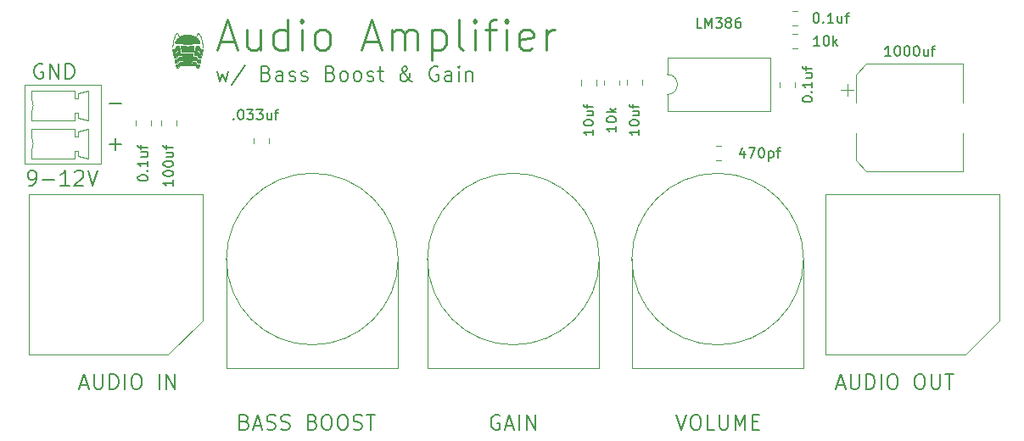
<source format=gbr>
%TF.GenerationSoftware,KiCad,Pcbnew,(6.0.0-0)*%
%TF.CreationDate,2022-11-16T00:40:36-05:00*%
%TF.ProjectId,amplifier,616d706c-6966-4696-9572-2e6b69636164,rev?*%
%TF.SameCoordinates,Original*%
%TF.FileFunction,Legend,Top*%
%TF.FilePolarity,Positive*%
%FSLAX46Y46*%
G04 Gerber Fmt 4.6, Leading zero omitted, Abs format (unit mm)*
G04 Created by KiCad (PCBNEW (6.0.0-0)) date 2022-11-16 00:40:36*
%MOMM*%
%LPD*%
G01*
G04 APERTURE LIST*
%ADD10C,0.150000*%
%ADD11C,0.250000*%
%ADD12C,0.120000*%
%ADD13C,0.013229*%
G04 APERTURE END LIST*
D10*
X137247523Y-121610380D02*
X136771333Y-121610380D01*
X136771333Y-120610380D01*
X137580857Y-121610380D02*
X137580857Y-120610380D01*
X137914190Y-121324666D01*
X138247523Y-120610380D01*
X138247523Y-121610380D01*
X138628476Y-120610380D02*
X139247523Y-120610380D01*
X138914190Y-120991333D01*
X139057047Y-120991333D01*
X139152285Y-121038952D01*
X139199904Y-121086571D01*
X139247523Y-121181809D01*
X139247523Y-121419904D01*
X139199904Y-121515142D01*
X139152285Y-121562761D01*
X139057047Y-121610380D01*
X138771333Y-121610380D01*
X138676095Y-121562761D01*
X138628476Y-121515142D01*
X139818952Y-121038952D02*
X139723714Y-120991333D01*
X139676095Y-120943714D01*
X139628476Y-120848476D01*
X139628476Y-120800857D01*
X139676095Y-120705619D01*
X139723714Y-120658000D01*
X139818952Y-120610380D01*
X140009428Y-120610380D01*
X140104666Y-120658000D01*
X140152285Y-120705619D01*
X140199904Y-120800857D01*
X140199904Y-120848476D01*
X140152285Y-120943714D01*
X140104666Y-120991333D01*
X140009428Y-121038952D01*
X139818952Y-121038952D01*
X139723714Y-121086571D01*
X139676095Y-121134190D01*
X139628476Y-121229428D01*
X139628476Y-121419904D01*
X139676095Y-121515142D01*
X139723714Y-121562761D01*
X139818952Y-121610380D01*
X140009428Y-121610380D01*
X140104666Y-121562761D01*
X140152285Y-121515142D01*
X140199904Y-121419904D01*
X140199904Y-121229428D01*
X140152285Y-121134190D01*
X140104666Y-121086571D01*
X140009428Y-121038952D01*
X141057047Y-120610380D02*
X140866571Y-120610380D01*
X140771333Y-120658000D01*
X140723714Y-120705619D01*
X140628476Y-120848476D01*
X140580857Y-121038952D01*
X140580857Y-121419904D01*
X140628476Y-121515142D01*
X140676095Y-121562761D01*
X140771333Y-121610380D01*
X140961809Y-121610380D01*
X141057047Y-121562761D01*
X141104666Y-121515142D01*
X141152285Y-121419904D01*
X141152285Y-121181809D01*
X141104666Y-121086571D01*
X141057047Y-121038952D01*
X140961809Y-120991333D01*
X140771333Y-120991333D01*
X140676095Y-121038952D01*
X140628476Y-121086571D01*
X140580857Y-121181809D01*
X84505380Y-136786761D02*
X84505380Y-137358190D01*
X84505380Y-137072476D02*
X83505380Y-137072476D01*
X83648238Y-137167714D01*
X83743476Y-137262952D01*
X83791095Y-137358190D01*
X83505380Y-136167714D02*
X83505380Y-136072476D01*
X83553000Y-135977238D01*
X83600619Y-135929619D01*
X83695857Y-135882000D01*
X83886333Y-135834380D01*
X84124428Y-135834380D01*
X84314904Y-135882000D01*
X84410142Y-135929619D01*
X84457761Y-135977238D01*
X84505380Y-136072476D01*
X84505380Y-136167714D01*
X84457761Y-136262952D01*
X84410142Y-136310571D01*
X84314904Y-136358190D01*
X84124428Y-136405809D01*
X83886333Y-136405809D01*
X83695857Y-136358190D01*
X83600619Y-136310571D01*
X83553000Y-136262952D01*
X83505380Y-136167714D01*
X83505380Y-135215333D02*
X83505380Y-135120095D01*
X83553000Y-135024857D01*
X83600619Y-134977238D01*
X83695857Y-134929619D01*
X83886333Y-134882000D01*
X84124428Y-134882000D01*
X84314904Y-134929619D01*
X84410142Y-134977238D01*
X84457761Y-135024857D01*
X84505380Y-135120095D01*
X84505380Y-135215333D01*
X84457761Y-135310571D01*
X84410142Y-135358190D01*
X84314904Y-135405809D01*
X84124428Y-135453428D01*
X83886333Y-135453428D01*
X83695857Y-135405809D01*
X83600619Y-135358190D01*
X83553000Y-135310571D01*
X83505380Y-135215333D01*
X83838714Y-134024857D02*
X84505380Y-134024857D01*
X83838714Y-134453428D02*
X84362523Y-134453428D01*
X84457761Y-134405809D01*
X84505380Y-134310571D01*
X84505380Y-134167714D01*
X84457761Y-134072476D01*
X84410142Y-134024857D01*
X83838714Y-133691523D02*
X83838714Y-133310571D01*
X84505380Y-133548666D02*
X83648238Y-133548666D01*
X83553000Y-133501047D01*
X83505380Y-133405809D01*
X83505380Y-133310571D01*
X80965380Y-136628000D02*
X80965380Y-136532761D01*
X81013000Y-136437523D01*
X81060619Y-136389904D01*
X81155857Y-136342285D01*
X81346333Y-136294666D01*
X81584428Y-136294666D01*
X81774904Y-136342285D01*
X81870142Y-136389904D01*
X81917761Y-136437523D01*
X81965380Y-136532761D01*
X81965380Y-136628000D01*
X81917761Y-136723238D01*
X81870142Y-136770857D01*
X81774904Y-136818476D01*
X81584428Y-136866095D01*
X81346333Y-136866095D01*
X81155857Y-136818476D01*
X81060619Y-136770857D01*
X81013000Y-136723238D01*
X80965380Y-136628000D01*
X81870142Y-135866095D02*
X81917761Y-135818476D01*
X81965380Y-135866095D01*
X81917761Y-135913714D01*
X81870142Y-135866095D01*
X81965380Y-135866095D01*
X81965380Y-134866095D02*
X81965380Y-135437523D01*
X81965380Y-135151809D02*
X80965380Y-135151809D01*
X81108238Y-135247047D01*
X81203476Y-135342285D01*
X81251095Y-135437523D01*
X81298714Y-134008952D02*
X81965380Y-134008952D01*
X81298714Y-134437523D02*
X81822523Y-134437523D01*
X81917761Y-134389904D01*
X81965380Y-134294666D01*
X81965380Y-134151809D01*
X81917761Y-134056571D01*
X81870142Y-134008952D01*
X81298714Y-133675619D02*
X81298714Y-133294666D01*
X81965380Y-133532761D02*
X81108238Y-133532761D01*
X81013000Y-133485142D01*
X80965380Y-133389904D01*
X80965380Y-133294666D01*
X90522333Y-130659142D02*
X90569952Y-130706761D01*
X90522333Y-130754380D01*
X90474714Y-130706761D01*
X90522333Y-130659142D01*
X90522333Y-130754380D01*
X91189000Y-129754380D02*
X91284238Y-129754380D01*
X91379476Y-129802000D01*
X91427095Y-129849619D01*
X91474714Y-129944857D01*
X91522333Y-130135333D01*
X91522333Y-130373428D01*
X91474714Y-130563904D01*
X91427095Y-130659142D01*
X91379476Y-130706761D01*
X91284238Y-130754380D01*
X91189000Y-130754380D01*
X91093761Y-130706761D01*
X91046142Y-130659142D01*
X90998523Y-130563904D01*
X90950904Y-130373428D01*
X90950904Y-130135333D01*
X90998523Y-129944857D01*
X91046142Y-129849619D01*
X91093761Y-129802000D01*
X91189000Y-129754380D01*
X91855666Y-129754380D02*
X92474714Y-129754380D01*
X92141380Y-130135333D01*
X92284238Y-130135333D01*
X92379476Y-130182952D01*
X92427095Y-130230571D01*
X92474714Y-130325809D01*
X92474714Y-130563904D01*
X92427095Y-130659142D01*
X92379476Y-130706761D01*
X92284238Y-130754380D01*
X91998523Y-130754380D01*
X91903285Y-130706761D01*
X91855666Y-130659142D01*
X92808047Y-129754380D02*
X93427095Y-129754380D01*
X93093761Y-130135333D01*
X93236619Y-130135333D01*
X93331857Y-130182952D01*
X93379476Y-130230571D01*
X93427095Y-130325809D01*
X93427095Y-130563904D01*
X93379476Y-130659142D01*
X93331857Y-130706761D01*
X93236619Y-130754380D01*
X92950904Y-130754380D01*
X92855666Y-130706761D01*
X92808047Y-130659142D01*
X94284238Y-130087714D02*
X94284238Y-130754380D01*
X93855666Y-130087714D02*
X93855666Y-130611523D01*
X93903285Y-130706761D01*
X93998523Y-130754380D01*
X94141380Y-130754380D01*
X94236619Y-130706761D01*
X94284238Y-130659142D01*
X94617571Y-130087714D02*
X94998523Y-130087714D01*
X94760428Y-130754380D02*
X94760428Y-129897238D01*
X94808047Y-129802000D01*
X94903285Y-129754380D01*
X94998523Y-129754380D01*
X156107047Y-124404380D02*
X155535619Y-124404380D01*
X155821333Y-124404380D02*
X155821333Y-123404380D01*
X155726095Y-123547238D01*
X155630857Y-123642476D01*
X155535619Y-123690095D01*
X156726095Y-123404380D02*
X156821333Y-123404380D01*
X156916571Y-123452000D01*
X156964190Y-123499619D01*
X157011809Y-123594857D01*
X157059428Y-123785333D01*
X157059428Y-124023428D01*
X157011809Y-124213904D01*
X156964190Y-124309142D01*
X156916571Y-124356761D01*
X156821333Y-124404380D01*
X156726095Y-124404380D01*
X156630857Y-124356761D01*
X156583238Y-124309142D01*
X156535619Y-124213904D01*
X156488000Y-124023428D01*
X156488000Y-123785333D01*
X156535619Y-123594857D01*
X156583238Y-123499619D01*
X156630857Y-123452000D01*
X156726095Y-123404380D01*
X157678476Y-123404380D02*
X157773714Y-123404380D01*
X157868952Y-123452000D01*
X157916571Y-123499619D01*
X157964190Y-123594857D01*
X158011809Y-123785333D01*
X158011809Y-124023428D01*
X157964190Y-124213904D01*
X157916571Y-124309142D01*
X157868952Y-124356761D01*
X157773714Y-124404380D01*
X157678476Y-124404380D01*
X157583238Y-124356761D01*
X157535619Y-124309142D01*
X157488000Y-124213904D01*
X157440380Y-124023428D01*
X157440380Y-123785333D01*
X157488000Y-123594857D01*
X157535619Y-123499619D01*
X157583238Y-123452000D01*
X157678476Y-123404380D01*
X158630857Y-123404380D02*
X158726095Y-123404380D01*
X158821333Y-123452000D01*
X158868952Y-123499619D01*
X158916571Y-123594857D01*
X158964190Y-123785333D01*
X158964190Y-124023428D01*
X158916571Y-124213904D01*
X158868952Y-124309142D01*
X158821333Y-124356761D01*
X158726095Y-124404380D01*
X158630857Y-124404380D01*
X158535619Y-124356761D01*
X158488000Y-124309142D01*
X158440380Y-124213904D01*
X158392761Y-124023428D01*
X158392761Y-123785333D01*
X158440380Y-123594857D01*
X158488000Y-123499619D01*
X158535619Y-123452000D01*
X158630857Y-123404380D01*
X159821333Y-123737714D02*
X159821333Y-124404380D01*
X159392761Y-123737714D02*
X159392761Y-124261523D01*
X159440380Y-124356761D01*
X159535619Y-124404380D01*
X159678476Y-124404380D01*
X159773714Y-124356761D01*
X159821333Y-124309142D01*
X160154666Y-123737714D02*
X160535619Y-123737714D01*
X160297523Y-124404380D02*
X160297523Y-123547238D01*
X160345142Y-123452000D01*
X160440380Y-123404380D01*
X160535619Y-123404380D01*
X148614000Y-120102380D02*
X148709238Y-120102380D01*
X148804476Y-120150000D01*
X148852095Y-120197619D01*
X148899714Y-120292857D01*
X148947333Y-120483333D01*
X148947333Y-120721428D01*
X148899714Y-120911904D01*
X148852095Y-121007142D01*
X148804476Y-121054761D01*
X148709238Y-121102380D01*
X148614000Y-121102380D01*
X148518761Y-121054761D01*
X148471142Y-121007142D01*
X148423523Y-120911904D01*
X148375904Y-120721428D01*
X148375904Y-120483333D01*
X148423523Y-120292857D01*
X148471142Y-120197619D01*
X148518761Y-120150000D01*
X148614000Y-120102380D01*
X149375904Y-121007142D02*
X149423523Y-121054761D01*
X149375904Y-121102380D01*
X149328285Y-121054761D01*
X149375904Y-121007142D01*
X149375904Y-121102380D01*
X150375904Y-121102380D02*
X149804476Y-121102380D01*
X150090190Y-121102380D02*
X150090190Y-120102380D01*
X149994952Y-120245238D01*
X149899714Y-120340476D01*
X149804476Y-120388095D01*
X151233047Y-120435714D02*
X151233047Y-121102380D01*
X150804476Y-120435714D02*
X150804476Y-120959523D01*
X150852095Y-121054761D01*
X150947333Y-121102380D01*
X151090190Y-121102380D01*
X151185428Y-121054761D01*
X151233047Y-121007142D01*
X151566380Y-120435714D02*
X151947333Y-120435714D01*
X151709238Y-121102380D02*
X151709238Y-120245238D01*
X151756857Y-120150000D01*
X151852095Y-120102380D01*
X151947333Y-120102380D01*
X149010761Y-123388380D02*
X148439333Y-123388380D01*
X148725047Y-123388380D02*
X148725047Y-122388380D01*
X148629809Y-122531238D01*
X148534571Y-122626476D01*
X148439333Y-122674095D01*
X149629809Y-122388380D02*
X149725047Y-122388380D01*
X149820285Y-122436000D01*
X149867904Y-122483619D01*
X149915523Y-122578857D01*
X149963142Y-122769333D01*
X149963142Y-123007428D01*
X149915523Y-123197904D01*
X149867904Y-123293142D01*
X149820285Y-123340761D01*
X149725047Y-123388380D01*
X149629809Y-123388380D01*
X149534571Y-123340761D01*
X149486952Y-123293142D01*
X149439333Y-123197904D01*
X149391714Y-123007428D01*
X149391714Y-122769333D01*
X149439333Y-122578857D01*
X149486952Y-122483619D01*
X149534571Y-122436000D01*
X149629809Y-122388380D01*
X150391714Y-123388380D02*
X150391714Y-122388380D01*
X150486952Y-123007428D02*
X150772666Y-123388380D01*
X150772666Y-122721714D02*
X150391714Y-123102666D01*
X147280380Y-128754000D02*
X147280380Y-128658761D01*
X147328000Y-128563523D01*
X147375619Y-128515904D01*
X147470857Y-128468285D01*
X147661333Y-128420666D01*
X147899428Y-128420666D01*
X148089904Y-128468285D01*
X148185142Y-128515904D01*
X148232761Y-128563523D01*
X148280380Y-128658761D01*
X148280380Y-128754000D01*
X148232761Y-128849238D01*
X148185142Y-128896857D01*
X148089904Y-128944476D01*
X147899428Y-128992095D01*
X147661333Y-128992095D01*
X147470857Y-128944476D01*
X147375619Y-128896857D01*
X147328000Y-128849238D01*
X147280380Y-128754000D01*
X148185142Y-127992095D02*
X148232761Y-127944476D01*
X148280380Y-127992095D01*
X148232761Y-128039714D01*
X148185142Y-127992095D01*
X148280380Y-127992095D01*
X148280380Y-126992095D02*
X148280380Y-127563523D01*
X148280380Y-127277809D02*
X147280380Y-127277809D01*
X147423238Y-127373047D01*
X147518476Y-127468285D01*
X147566095Y-127563523D01*
X147613714Y-126134952D02*
X148280380Y-126134952D01*
X147613714Y-126563523D02*
X148137523Y-126563523D01*
X148232761Y-126515904D01*
X148280380Y-126420666D01*
X148280380Y-126277809D01*
X148232761Y-126182571D01*
X148185142Y-126134952D01*
X147613714Y-125801619D02*
X147613714Y-125420666D01*
X148280380Y-125658761D02*
X147423238Y-125658761D01*
X147328000Y-125611142D01*
X147280380Y-125515904D01*
X147280380Y-125420666D01*
X141502000Y-133897714D02*
X141502000Y-134564380D01*
X141263904Y-133516761D02*
X141025809Y-134231047D01*
X141644857Y-134231047D01*
X141930571Y-133564380D02*
X142597238Y-133564380D01*
X142168666Y-134564380D01*
X143168666Y-133564380D02*
X143263904Y-133564380D01*
X143359142Y-133612000D01*
X143406761Y-133659619D01*
X143454380Y-133754857D01*
X143502000Y-133945333D01*
X143502000Y-134183428D01*
X143454380Y-134373904D01*
X143406761Y-134469142D01*
X143359142Y-134516761D01*
X143263904Y-134564380D01*
X143168666Y-134564380D01*
X143073428Y-134516761D01*
X143025809Y-134469142D01*
X142978190Y-134373904D01*
X142930571Y-134183428D01*
X142930571Y-133945333D01*
X142978190Y-133754857D01*
X143025809Y-133659619D01*
X143073428Y-133612000D01*
X143168666Y-133564380D01*
X143930571Y-133897714D02*
X143930571Y-134897714D01*
X143930571Y-133945333D02*
X144025809Y-133897714D01*
X144216285Y-133897714D01*
X144311523Y-133945333D01*
X144359142Y-133992952D01*
X144406761Y-134088190D01*
X144406761Y-134373904D01*
X144359142Y-134469142D01*
X144311523Y-134516761D01*
X144216285Y-134564380D01*
X144025809Y-134564380D01*
X143930571Y-134516761D01*
X144692476Y-133897714D02*
X145073428Y-133897714D01*
X144835333Y-134564380D02*
X144835333Y-133707238D01*
X144882952Y-133612000D01*
X144978190Y-133564380D01*
X145073428Y-133564380D01*
X131008380Y-131738571D02*
X131008380Y-132310000D01*
X131008380Y-132024285D02*
X130008380Y-132024285D01*
X130151238Y-132119523D01*
X130246476Y-132214761D01*
X130294095Y-132310000D01*
X130008380Y-131119523D02*
X130008380Y-131024285D01*
X130056000Y-130929047D01*
X130103619Y-130881428D01*
X130198857Y-130833809D01*
X130389333Y-130786190D01*
X130627428Y-130786190D01*
X130817904Y-130833809D01*
X130913142Y-130881428D01*
X130960761Y-130929047D01*
X131008380Y-131024285D01*
X131008380Y-131119523D01*
X130960761Y-131214761D01*
X130913142Y-131262380D01*
X130817904Y-131310000D01*
X130627428Y-131357619D01*
X130389333Y-131357619D01*
X130198857Y-131310000D01*
X130103619Y-131262380D01*
X130056000Y-131214761D01*
X130008380Y-131119523D01*
X130341714Y-129929047D02*
X131008380Y-129929047D01*
X130341714Y-130357619D02*
X130865523Y-130357619D01*
X130960761Y-130310000D01*
X131008380Y-130214761D01*
X131008380Y-130071904D01*
X130960761Y-129976666D01*
X130913142Y-129929047D01*
X130341714Y-129595714D02*
X130341714Y-129214761D01*
X131008380Y-129452857D02*
X130151238Y-129452857D01*
X130056000Y-129405238D01*
X130008380Y-129310000D01*
X130008380Y-129214761D01*
X128722380Y-131405238D02*
X128722380Y-131976666D01*
X128722380Y-131690952D02*
X127722380Y-131690952D01*
X127865238Y-131786190D01*
X127960476Y-131881428D01*
X128008095Y-131976666D01*
X127722380Y-130786190D02*
X127722380Y-130690952D01*
X127770000Y-130595714D01*
X127817619Y-130548095D01*
X127912857Y-130500476D01*
X128103333Y-130452857D01*
X128341428Y-130452857D01*
X128531904Y-130500476D01*
X128627142Y-130548095D01*
X128674761Y-130595714D01*
X128722380Y-130690952D01*
X128722380Y-130786190D01*
X128674761Y-130881428D01*
X128627142Y-130929047D01*
X128531904Y-130976666D01*
X128341428Y-131024285D01*
X128103333Y-131024285D01*
X127912857Y-130976666D01*
X127817619Y-130929047D01*
X127770000Y-130881428D01*
X127722380Y-130786190D01*
X128722380Y-130024285D02*
X127722380Y-130024285D01*
X128341428Y-129929047D02*
X128722380Y-129643333D01*
X128055714Y-129643333D02*
X128436666Y-130024285D01*
X126436380Y-131738571D02*
X126436380Y-132310000D01*
X126436380Y-132024285D02*
X125436380Y-132024285D01*
X125579238Y-132119523D01*
X125674476Y-132214761D01*
X125722095Y-132310000D01*
X125436380Y-131119523D02*
X125436380Y-131024285D01*
X125484000Y-130929047D01*
X125531619Y-130881428D01*
X125626857Y-130833809D01*
X125817333Y-130786190D01*
X126055428Y-130786190D01*
X126245904Y-130833809D01*
X126341142Y-130881428D01*
X126388761Y-130929047D01*
X126436380Y-131024285D01*
X126436380Y-131119523D01*
X126388761Y-131214761D01*
X126341142Y-131262380D01*
X126245904Y-131310000D01*
X126055428Y-131357619D01*
X125817333Y-131357619D01*
X125626857Y-131310000D01*
X125531619Y-131262380D01*
X125484000Y-131214761D01*
X125436380Y-131119523D01*
X125769714Y-129929047D02*
X126436380Y-129929047D01*
X125769714Y-130357619D02*
X126293523Y-130357619D01*
X126388761Y-130310000D01*
X126436380Y-130214761D01*
X126436380Y-130071904D01*
X126388761Y-129976666D01*
X126341142Y-129929047D01*
X125769714Y-129595714D02*
X125769714Y-129214761D01*
X126436380Y-129452857D02*
X125579238Y-129452857D01*
X125484000Y-129405238D01*
X125436380Y-129310000D01*
X125436380Y-129214761D01*
X88858571Y-125916571D02*
X89144285Y-126916571D01*
X89430000Y-126202285D01*
X89715714Y-126916571D01*
X90001428Y-125916571D01*
X91644285Y-125345142D02*
X90358571Y-127273714D01*
X93787142Y-126130857D02*
X94001428Y-126202285D01*
X94072857Y-126273714D01*
X94144285Y-126416571D01*
X94144285Y-126630857D01*
X94072857Y-126773714D01*
X94001428Y-126845142D01*
X93858571Y-126916571D01*
X93287142Y-126916571D01*
X93287142Y-125416571D01*
X93787142Y-125416571D01*
X93930000Y-125488000D01*
X94001428Y-125559428D01*
X94072857Y-125702285D01*
X94072857Y-125845142D01*
X94001428Y-125988000D01*
X93930000Y-126059428D01*
X93787142Y-126130857D01*
X93287142Y-126130857D01*
X95430000Y-126916571D02*
X95430000Y-126130857D01*
X95358571Y-125988000D01*
X95215714Y-125916571D01*
X94930000Y-125916571D01*
X94787142Y-125988000D01*
X95430000Y-126845142D02*
X95287142Y-126916571D01*
X94930000Y-126916571D01*
X94787142Y-126845142D01*
X94715714Y-126702285D01*
X94715714Y-126559428D01*
X94787142Y-126416571D01*
X94930000Y-126345142D01*
X95287142Y-126345142D01*
X95430000Y-126273714D01*
X96072857Y-126845142D02*
X96215714Y-126916571D01*
X96501428Y-126916571D01*
X96644285Y-126845142D01*
X96715714Y-126702285D01*
X96715714Y-126630857D01*
X96644285Y-126488000D01*
X96501428Y-126416571D01*
X96287142Y-126416571D01*
X96144285Y-126345142D01*
X96072857Y-126202285D01*
X96072857Y-126130857D01*
X96144285Y-125988000D01*
X96287142Y-125916571D01*
X96501428Y-125916571D01*
X96644285Y-125988000D01*
X97287142Y-126845142D02*
X97430000Y-126916571D01*
X97715714Y-126916571D01*
X97858571Y-126845142D01*
X97930000Y-126702285D01*
X97930000Y-126630857D01*
X97858571Y-126488000D01*
X97715714Y-126416571D01*
X97501428Y-126416571D01*
X97358571Y-126345142D01*
X97287142Y-126202285D01*
X97287142Y-126130857D01*
X97358571Y-125988000D01*
X97501428Y-125916571D01*
X97715714Y-125916571D01*
X97858571Y-125988000D01*
X100215714Y-126130857D02*
X100430000Y-126202285D01*
X100501428Y-126273714D01*
X100572857Y-126416571D01*
X100572857Y-126630857D01*
X100501428Y-126773714D01*
X100430000Y-126845142D01*
X100287142Y-126916571D01*
X99715714Y-126916571D01*
X99715714Y-125416571D01*
X100215714Y-125416571D01*
X100358571Y-125488000D01*
X100430000Y-125559428D01*
X100501428Y-125702285D01*
X100501428Y-125845142D01*
X100430000Y-125988000D01*
X100358571Y-126059428D01*
X100215714Y-126130857D01*
X99715714Y-126130857D01*
X101430000Y-126916571D02*
X101287142Y-126845142D01*
X101215714Y-126773714D01*
X101144285Y-126630857D01*
X101144285Y-126202285D01*
X101215714Y-126059428D01*
X101287142Y-125988000D01*
X101430000Y-125916571D01*
X101644285Y-125916571D01*
X101787142Y-125988000D01*
X101858571Y-126059428D01*
X101930000Y-126202285D01*
X101930000Y-126630857D01*
X101858571Y-126773714D01*
X101787142Y-126845142D01*
X101644285Y-126916571D01*
X101430000Y-126916571D01*
X102787142Y-126916571D02*
X102644285Y-126845142D01*
X102572857Y-126773714D01*
X102501428Y-126630857D01*
X102501428Y-126202285D01*
X102572857Y-126059428D01*
X102644285Y-125988000D01*
X102787142Y-125916571D01*
X103001428Y-125916571D01*
X103144285Y-125988000D01*
X103215714Y-126059428D01*
X103287142Y-126202285D01*
X103287142Y-126630857D01*
X103215714Y-126773714D01*
X103144285Y-126845142D01*
X103001428Y-126916571D01*
X102787142Y-126916571D01*
X103858571Y-126845142D02*
X104001428Y-126916571D01*
X104287142Y-126916571D01*
X104430000Y-126845142D01*
X104501428Y-126702285D01*
X104501428Y-126630857D01*
X104430000Y-126488000D01*
X104287142Y-126416571D01*
X104072857Y-126416571D01*
X103930000Y-126345142D01*
X103858571Y-126202285D01*
X103858571Y-126130857D01*
X103930000Y-125988000D01*
X104072857Y-125916571D01*
X104287142Y-125916571D01*
X104430000Y-125988000D01*
X104930000Y-125916571D02*
X105501428Y-125916571D01*
X105144285Y-125416571D02*
X105144285Y-126702285D01*
X105215714Y-126845142D01*
X105358571Y-126916571D01*
X105501428Y-126916571D01*
X108358571Y-126916571D02*
X108287142Y-126916571D01*
X108144285Y-126845142D01*
X107930000Y-126630857D01*
X107572857Y-126202285D01*
X107430000Y-125988000D01*
X107358571Y-125773714D01*
X107358571Y-125630857D01*
X107430000Y-125488000D01*
X107572857Y-125416571D01*
X107644285Y-125416571D01*
X107787142Y-125488000D01*
X107858571Y-125630857D01*
X107858571Y-125702285D01*
X107787142Y-125845142D01*
X107715714Y-125916571D01*
X107287142Y-126202285D01*
X107215714Y-126273714D01*
X107144285Y-126416571D01*
X107144285Y-126630857D01*
X107215714Y-126773714D01*
X107287142Y-126845142D01*
X107430000Y-126916571D01*
X107644285Y-126916571D01*
X107787142Y-126845142D01*
X107858571Y-126773714D01*
X108072857Y-126488000D01*
X108144285Y-126273714D01*
X108144285Y-126130857D01*
X110930000Y-125488000D02*
X110787142Y-125416571D01*
X110572857Y-125416571D01*
X110358571Y-125488000D01*
X110215714Y-125630857D01*
X110144285Y-125773714D01*
X110072857Y-126059428D01*
X110072857Y-126273714D01*
X110144285Y-126559428D01*
X110215714Y-126702285D01*
X110358571Y-126845142D01*
X110572857Y-126916571D01*
X110715714Y-126916571D01*
X110930000Y-126845142D01*
X111001428Y-126773714D01*
X111001428Y-126273714D01*
X110715714Y-126273714D01*
X112287142Y-126916571D02*
X112287142Y-126130857D01*
X112215714Y-125988000D01*
X112072857Y-125916571D01*
X111787142Y-125916571D01*
X111644285Y-125988000D01*
X112287142Y-126845142D02*
X112144285Y-126916571D01*
X111787142Y-126916571D01*
X111644285Y-126845142D01*
X111572857Y-126702285D01*
X111572857Y-126559428D01*
X111644285Y-126416571D01*
X111787142Y-126345142D01*
X112144285Y-126345142D01*
X112287142Y-126273714D01*
X113001428Y-126916571D02*
X113001428Y-125916571D01*
X113001428Y-125416571D02*
X112930000Y-125488000D01*
X113001428Y-125559428D01*
X113072857Y-125488000D01*
X113001428Y-125416571D01*
X113001428Y-125559428D01*
X113715714Y-125916571D02*
X113715714Y-126916571D01*
X113715714Y-126059428D02*
X113787142Y-125988000D01*
X113930000Y-125916571D01*
X114144285Y-125916571D01*
X114287142Y-125988000D01*
X114358571Y-126130857D01*
X114358571Y-126916571D01*
D11*
X89172571Y-122928000D02*
X90601142Y-122928000D01*
X88886857Y-123785142D02*
X89886857Y-120785142D01*
X90886857Y-123785142D01*
X93172571Y-121785142D02*
X93172571Y-123785142D01*
X91886857Y-121785142D02*
X91886857Y-123356571D01*
X92029714Y-123642285D01*
X92315428Y-123785142D01*
X92744000Y-123785142D01*
X93029714Y-123642285D01*
X93172571Y-123499428D01*
X95886857Y-123785142D02*
X95886857Y-120785142D01*
X95886857Y-123642285D02*
X95601142Y-123785142D01*
X95029714Y-123785142D01*
X94744000Y-123642285D01*
X94601142Y-123499428D01*
X94458285Y-123213714D01*
X94458285Y-122356571D01*
X94601142Y-122070857D01*
X94744000Y-121928000D01*
X95029714Y-121785142D01*
X95601142Y-121785142D01*
X95886857Y-121928000D01*
X97315428Y-123785142D02*
X97315428Y-121785142D01*
X97315428Y-120785142D02*
X97172571Y-120928000D01*
X97315428Y-121070857D01*
X97458285Y-120928000D01*
X97315428Y-120785142D01*
X97315428Y-121070857D01*
X99172571Y-123785142D02*
X98886857Y-123642285D01*
X98744000Y-123499428D01*
X98601142Y-123213714D01*
X98601142Y-122356571D01*
X98744000Y-122070857D01*
X98886857Y-121928000D01*
X99172571Y-121785142D01*
X99601142Y-121785142D01*
X99886857Y-121928000D01*
X100029714Y-122070857D01*
X100172571Y-122356571D01*
X100172571Y-123213714D01*
X100029714Y-123499428D01*
X99886857Y-123642285D01*
X99601142Y-123785142D01*
X99172571Y-123785142D01*
X103601142Y-122928000D02*
X105029714Y-122928000D01*
X103315428Y-123785142D02*
X104315428Y-120785142D01*
X105315428Y-123785142D01*
X106315428Y-123785142D02*
X106315428Y-121785142D01*
X106315428Y-122070857D02*
X106458285Y-121928000D01*
X106744000Y-121785142D01*
X107172571Y-121785142D01*
X107458285Y-121928000D01*
X107601142Y-122213714D01*
X107601142Y-123785142D01*
X107601142Y-122213714D02*
X107744000Y-121928000D01*
X108029714Y-121785142D01*
X108458285Y-121785142D01*
X108744000Y-121928000D01*
X108886857Y-122213714D01*
X108886857Y-123785142D01*
X110315428Y-121785142D02*
X110315428Y-124785142D01*
X110315428Y-121928000D02*
X110601142Y-121785142D01*
X111172571Y-121785142D01*
X111458285Y-121928000D01*
X111601142Y-122070857D01*
X111744000Y-122356571D01*
X111744000Y-123213714D01*
X111601142Y-123499428D01*
X111458285Y-123642285D01*
X111172571Y-123785142D01*
X110601142Y-123785142D01*
X110315428Y-123642285D01*
X113458285Y-123785142D02*
X113172571Y-123642285D01*
X113029714Y-123356571D01*
X113029714Y-120785142D01*
X114601142Y-123785142D02*
X114601142Y-121785142D01*
X114601142Y-120785142D02*
X114458285Y-120928000D01*
X114601142Y-121070857D01*
X114744000Y-120928000D01*
X114601142Y-120785142D01*
X114601142Y-121070857D01*
X115601142Y-121785142D02*
X116744000Y-121785142D01*
X116029714Y-123785142D02*
X116029714Y-121213714D01*
X116172571Y-120928000D01*
X116458285Y-120785142D01*
X116744000Y-120785142D01*
X117744000Y-123785142D02*
X117744000Y-121785142D01*
X117744000Y-120785142D02*
X117601142Y-120928000D01*
X117744000Y-121070857D01*
X117886857Y-120928000D01*
X117744000Y-120785142D01*
X117744000Y-121070857D01*
X120315428Y-123642285D02*
X120029714Y-123785142D01*
X119458285Y-123785142D01*
X119172571Y-123642285D01*
X119029714Y-123356571D01*
X119029714Y-122213714D01*
X119172571Y-121928000D01*
X119458285Y-121785142D01*
X120029714Y-121785142D01*
X120315428Y-121928000D01*
X120458285Y-122213714D01*
X120458285Y-122499428D01*
X119029714Y-122785142D01*
X121744000Y-123785142D02*
X121744000Y-121785142D01*
X121744000Y-122356571D02*
X121886857Y-122070857D01*
X122029714Y-121928000D01*
X122315428Y-121785142D01*
X122601142Y-121785142D01*
D10*
X78147571Y-133203142D02*
X79290428Y-133203142D01*
X78719000Y-133774571D02*
X78719000Y-132631714D01*
X78147571Y-129139142D02*
X79290428Y-129139142D01*
X70120285Y-137330571D02*
X70406000Y-137330571D01*
X70548857Y-137259142D01*
X70620285Y-137187714D01*
X70763142Y-136973428D01*
X70834571Y-136687714D01*
X70834571Y-136116285D01*
X70763142Y-135973428D01*
X70691714Y-135902000D01*
X70548857Y-135830571D01*
X70263142Y-135830571D01*
X70120285Y-135902000D01*
X70048857Y-135973428D01*
X69977428Y-136116285D01*
X69977428Y-136473428D01*
X70048857Y-136616285D01*
X70120285Y-136687714D01*
X70263142Y-136759142D01*
X70548857Y-136759142D01*
X70691714Y-136687714D01*
X70763142Y-136616285D01*
X70834571Y-136473428D01*
X71477428Y-136759142D02*
X72620285Y-136759142D01*
X74120285Y-137330571D02*
X73263142Y-137330571D01*
X73691714Y-137330571D02*
X73691714Y-135830571D01*
X73548857Y-136044857D01*
X73406000Y-136187714D01*
X73263142Y-136259142D01*
X74691714Y-135973428D02*
X74763142Y-135902000D01*
X74906000Y-135830571D01*
X75263142Y-135830571D01*
X75406000Y-135902000D01*
X75477428Y-135973428D01*
X75548857Y-136116285D01*
X75548857Y-136259142D01*
X75477428Y-136473428D01*
X74620285Y-137330571D01*
X75548857Y-137330571D01*
X75977428Y-135830571D02*
X76477428Y-137330571D01*
X76977428Y-135830571D01*
X71480142Y-125234000D02*
X71337285Y-125162571D01*
X71123000Y-125162571D01*
X70908714Y-125234000D01*
X70765857Y-125376857D01*
X70694428Y-125519714D01*
X70623000Y-125805428D01*
X70623000Y-126019714D01*
X70694428Y-126305428D01*
X70765857Y-126448285D01*
X70908714Y-126591142D01*
X71123000Y-126662571D01*
X71265857Y-126662571D01*
X71480142Y-126591142D01*
X71551571Y-126519714D01*
X71551571Y-126019714D01*
X71265857Y-126019714D01*
X72194428Y-126662571D02*
X72194428Y-125162571D01*
X73051571Y-126662571D01*
X73051571Y-125162571D01*
X73765857Y-126662571D02*
X73765857Y-125162571D01*
X74123000Y-125162571D01*
X74337285Y-125234000D01*
X74480142Y-125376857D01*
X74551571Y-125519714D01*
X74623000Y-125805428D01*
X74623000Y-126019714D01*
X74551571Y-126305428D01*
X74480142Y-126448285D01*
X74337285Y-126591142D01*
X74123000Y-126662571D01*
X73765857Y-126662571D01*
X91626142Y-160928857D02*
X91840428Y-161000285D01*
X91911857Y-161071714D01*
X91983285Y-161214571D01*
X91983285Y-161428857D01*
X91911857Y-161571714D01*
X91840428Y-161643142D01*
X91697571Y-161714571D01*
X91126142Y-161714571D01*
X91126142Y-160214571D01*
X91626142Y-160214571D01*
X91769000Y-160286000D01*
X91840428Y-160357428D01*
X91911857Y-160500285D01*
X91911857Y-160643142D01*
X91840428Y-160786000D01*
X91769000Y-160857428D01*
X91626142Y-160928857D01*
X91126142Y-160928857D01*
X92554714Y-161286000D02*
X93269000Y-161286000D01*
X92411857Y-161714571D02*
X92911857Y-160214571D01*
X93411857Y-161714571D01*
X93840428Y-161643142D02*
X94054714Y-161714571D01*
X94411857Y-161714571D01*
X94554714Y-161643142D01*
X94626142Y-161571714D01*
X94697571Y-161428857D01*
X94697571Y-161286000D01*
X94626142Y-161143142D01*
X94554714Y-161071714D01*
X94411857Y-161000285D01*
X94126142Y-160928857D01*
X93983285Y-160857428D01*
X93911857Y-160786000D01*
X93840428Y-160643142D01*
X93840428Y-160500285D01*
X93911857Y-160357428D01*
X93983285Y-160286000D01*
X94126142Y-160214571D01*
X94483285Y-160214571D01*
X94697571Y-160286000D01*
X95269000Y-161643142D02*
X95483285Y-161714571D01*
X95840428Y-161714571D01*
X95983285Y-161643142D01*
X96054714Y-161571714D01*
X96126142Y-161428857D01*
X96126142Y-161286000D01*
X96054714Y-161143142D01*
X95983285Y-161071714D01*
X95840428Y-161000285D01*
X95554714Y-160928857D01*
X95411857Y-160857428D01*
X95340428Y-160786000D01*
X95269000Y-160643142D01*
X95269000Y-160500285D01*
X95340428Y-160357428D01*
X95411857Y-160286000D01*
X95554714Y-160214571D01*
X95911857Y-160214571D01*
X96126142Y-160286000D01*
X98411857Y-160928857D02*
X98626142Y-161000285D01*
X98697571Y-161071714D01*
X98769000Y-161214571D01*
X98769000Y-161428857D01*
X98697571Y-161571714D01*
X98626142Y-161643142D01*
X98483285Y-161714571D01*
X97911857Y-161714571D01*
X97911857Y-160214571D01*
X98411857Y-160214571D01*
X98554714Y-160286000D01*
X98626142Y-160357428D01*
X98697571Y-160500285D01*
X98697571Y-160643142D01*
X98626142Y-160786000D01*
X98554714Y-160857428D01*
X98411857Y-160928857D01*
X97911857Y-160928857D01*
X99697571Y-160214571D02*
X99983285Y-160214571D01*
X100126142Y-160286000D01*
X100269000Y-160428857D01*
X100340428Y-160714571D01*
X100340428Y-161214571D01*
X100269000Y-161500285D01*
X100126142Y-161643142D01*
X99983285Y-161714571D01*
X99697571Y-161714571D01*
X99554714Y-161643142D01*
X99411857Y-161500285D01*
X99340428Y-161214571D01*
X99340428Y-160714571D01*
X99411857Y-160428857D01*
X99554714Y-160286000D01*
X99697571Y-160214571D01*
X101269000Y-160214571D02*
X101554714Y-160214571D01*
X101697571Y-160286000D01*
X101840428Y-160428857D01*
X101911857Y-160714571D01*
X101911857Y-161214571D01*
X101840428Y-161500285D01*
X101697571Y-161643142D01*
X101554714Y-161714571D01*
X101269000Y-161714571D01*
X101126142Y-161643142D01*
X100983285Y-161500285D01*
X100911857Y-161214571D01*
X100911857Y-160714571D01*
X100983285Y-160428857D01*
X101126142Y-160286000D01*
X101269000Y-160214571D01*
X102483285Y-161643142D02*
X102697571Y-161714571D01*
X103054714Y-161714571D01*
X103197571Y-161643142D01*
X103269000Y-161571714D01*
X103340428Y-161428857D01*
X103340428Y-161286000D01*
X103269000Y-161143142D01*
X103197571Y-161071714D01*
X103054714Y-161000285D01*
X102769000Y-160928857D01*
X102626142Y-160857428D01*
X102554714Y-160786000D01*
X102483285Y-160643142D01*
X102483285Y-160500285D01*
X102554714Y-160357428D01*
X102626142Y-160286000D01*
X102769000Y-160214571D01*
X103126142Y-160214571D01*
X103340428Y-160286000D01*
X103769000Y-160214571D02*
X104626142Y-160214571D01*
X104197571Y-161714571D02*
X104197571Y-160214571D01*
X117051142Y-160286000D02*
X116908285Y-160214571D01*
X116694000Y-160214571D01*
X116479714Y-160286000D01*
X116336857Y-160428857D01*
X116265428Y-160571714D01*
X116194000Y-160857428D01*
X116194000Y-161071714D01*
X116265428Y-161357428D01*
X116336857Y-161500285D01*
X116479714Y-161643142D01*
X116694000Y-161714571D01*
X116836857Y-161714571D01*
X117051142Y-161643142D01*
X117122571Y-161571714D01*
X117122571Y-161071714D01*
X116836857Y-161071714D01*
X117694000Y-161286000D02*
X118408285Y-161286000D01*
X117551142Y-161714571D02*
X118051142Y-160214571D01*
X118551142Y-161714571D01*
X119051142Y-161714571D02*
X119051142Y-160214571D01*
X119765428Y-161714571D02*
X119765428Y-160214571D01*
X120622571Y-161714571D01*
X120622571Y-160214571D01*
X134723714Y-160214571D02*
X135223714Y-161714571D01*
X135723714Y-160214571D01*
X136509428Y-160214571D02*
X136795142Y-160214571D01*
X136938000Y-160286000D01*
X137080857Y-160428857D01*
X137152285Y-160714571D01*
X137152285Y-161214571D01*
X137080857Y-161500285D01*
X136938000Y-161643142D01*
X136795142Y-161714571D01*
X136509428Y-161714571D01*
X136366571Y-161643142D01*
X136223714Y-161500285D01*
X136152285Y-161214571D01*
X136152285Y-160714571D01*
X136223714Y-160428857D01*
X136366571Y-160286000D01*
X136509428Y-160214571D01*
X138509428Y-161714571D02*
X137795142Y-161714571D01*
X137795142Y-160214571D01*
X139009428Y-160214571D02*
X139009428Y-161428857D01*
X139080857Y-161571714D01*
X139152285Y-161643142D01*
X139295142Y-161714571D01*
X139580857Y-161714571D01*
X139723714Y-161643142D01*
X139795142Y-161571714D01*
X139866571Y-161428857D01*
X139866571Y-160214571D01*
X140580857Y-161714571D02*
X140580857Y-160214571D01*
X141080857Y-161286000D01*
X141580857Y-160214571D01*
X141580857Y-161714571D01*
X142295142Y-160928857D02*
X142795142Y-160928857D01*
X143009428Y-161714571D02*
X142295142Y-161714571D01*
X142295142Y-160214571D01*
X143009428Y-160214571D01*
X150739000Y-157222000D02*
X151453285Y-157222000D01*
X150596142Y-157650571D02*
X151096142Y-156150571D01*
X151596142Y-157650571D01*
X152096142Y-156150571D02*
X152096142Y-157364857D01*
X152167571Y-157507714D01*
X152239000Y-157579142D01*
X152381857Y-157650571D01*
X152667571Y-157650571D01*
X152810428Y-157579142D01*
X152881857Y-157507714D01*
X152953285Y-157364857D01*
X152953285Y-156150571D01*
X153667571Y-157650571D02*
X153667571Y-156150571D01*
X154024714Y-156150571D01*
X154239000Y-156222000D01*
X154381857Y-156364857D01*
X154453285Y-156507714D01*
X154524714Y-156793428D01*
X154524714Y-157007714D01*
X154453285Y-157293428D01*
X154381857Y-157436285D01*
X154239000Y-157579142D01*
X154024714Y-157650571D01*
X153667571Y-157650571D01*
X155167571Y-157650571D02*
X155167571Y-156150571D01*
X156167571Y-156150571D02*
X156453285Y-156150571D01*
X156596142Y-156222000D01*
X156739000Y-156364857D01*
X156810428Y-156650571D01*
X156810428Y-157150571D01*
X156739000Y-157436285D01*
X156596142Y-157579142D01*
X156453285Y-157650571D01*
X156167571Y-157650571D01*
X156024714Y-157579142D01*
X155881857Y-157436285D01*
X155810428Y-157150571D01*
X155810428Y-156650571D01*
X155881857Y-156364857D01*
X156024714Y-156222000D01*
X156167571Y-156150571D01*
X158881857Y-156150571D02*
X159167571Y-156150571D01*
X159310428Y-156222000D01*
X159453285Y-156364857D01*
X159524714Y-156650571D01*
X159524714Y-157150571D01*
X159453285Y-157436285D01*
X159310428Y-157579142D01*
X159167571Y-157650571D01*
X158881857Y-157650571D01*
X158739000Y-157579142D01*
X158596142Y-157436285D01*
X158524714Y-157150571D01*
X158524714Y-156650571D01*
X158596142Y-156364857D01*
X158739000Y-156222000D01*
X158881857Y-156150571D01*
X160167571Y-156150571D02*
X160167571Y-157364857D01*
X160239000Y-157507714D01*
X160310428Y-157579142D01*
X160453285Y-157650571D01*
X160739000Y-157650571D01*
X160881857Y-157579142D01*
X160953285Y-157507714D01*
X161024714Y-157364857D01*
X161024714Y-156150571D01*
X161524714Y-156150571D02*
X162381857Y-156150571D01*
X161953285Y-157650571D02*
X161953285Y-156150571D01*
X75239000Y-157222000D02*
X75953285Y-157222000D01*
X75096142Y-157650571D02*
X75596142Y-156150571D01*
X76096142Y-157650571D01*
X76596142Y-156150571D02*
X76596142Y-157364857D01*
X76667571Y-157507714D01*
X76739000Y-157579142D01*
X76881857Y-157650571D01*
X77167571Y-157650571D01*
X77310428Y-157579142D01*
X77381857Y-157507714D01*
X77453285Y-157364857D01*
X77453285Y-156150571D01*
X78167571Y-157650571D02*
X78167571Y-156150571D01*
X78524714Y-156150571D01*
X78739000Y-156222000D01*
X78881857Y-156364857D01*
X78953285Y-156507714D01*
X79024714Y-156793428D01*
X79024714Y-157007714D01*
X78953285Y-157293428D01*
X78881857Y-157436285D01*
X78739000Y-157579142D01*
X78524714Y-157650571D01*
X78167571Y-157650571D01*
X79667571Y-157650571D02*
X79667571Y-156150571D01*
X80667571Y-156150571D02*
X80953285Y-156150571D01*
X81096142Y-156222000D01*
X81239000Y-156364857D01*
X81310428Y-156650571D01*
X81310428Y-157150571D01*
X81239000Y-157436285D01*
X81096142Y-157579142D01*
X80953285Y-157650571D01*
X80667571Y-157650571D01*
X80524714Y-157579142D01*
X80381857Y-157436285D01*
X80310428Y-157150571D01*
X80310428Y-156650571D01*
X80381857Y-156364857D01*
X80524714Y-156222000D01*
X80667571Y-156150571D01*
X83096142Y-157650571D02*
X83096142Y-156150571D01*
X83810428Y-157650571D02*
X83810428Y-156150571D01*
X84667571Y-157650571D01*
X84667571Y-156150571D01*
D12*
%TO.C,U1*%
X133808000Y-128244000D02*
G75*
G03*
X133808000Y-126244000I0J1000000D01*
G01*
X133808000Y-128244000D02*
X133808000Y-129894000D01*
X133808000Y-129894000D02*
X144088000Y-129894000D01*
X144088000Y-129894000D02*
X144088000Y-124594000D01*
X144088000Y-124594000D02*
X133808000Y-124594000D01*
X133808000Y-124594000D02*
X133808000Y-126244000D01*
%TO.C,RV3*%
X106948000Y-155590000D02*
X106948000Y-144670000D01*
X89808000Y-155590000D02*
X89808000Y-144670000D01*
X89808000Y-155590000D02*
X106948000Y-155590000D01*
X106948000Y-144670000D02*
G75*
G03*
X106948000Y-144670000I-8570000J0D01*
G01*
%TO.C,RV2*%
X127014000Y-155590000D02*
X127014000Y-144670000D01*
X109874000Y-155590000D02*
X109874000Y-144670000D01*
X109874000Y-155590000D02*
X127014000Y-155590000D01*
X127014000Y-144670000D02*
G75*
G03*
X127014000Y-144670000I-8570000J0D01*
G01*
%TO.C,RV1*%
X147407000Y-155596000D02*
X147407000Y-144676000D01*
X130267000Y-155596000D02*
X130267000Y-144676000D01*
X130267000Y-155596000D02*
X147407000Y-155596000D01*
X147407000Y-144676000D02*
G75*
G03*
X147407000Y-144676000I-8570000J0D01*
G01*
%TO.C,R2*%
X146785064Y-123671000D02*
X146330936Y-123671000D01*
X146785064Y-122201000D02*
X146330936Y-122201000D01*
%TO.C,R1*%
X129005000Y-126838936D02*
X129005000Y-127293064D01*
X127535000Y-126838936D02*
X127535000Y-127293064D01*
%TO.C,J3*%
X149606000Y-154226000D02*
X163559000Y-154226000D01*
X163559000Y-154226000D02*
X166959000Y-150826000D01*
X166959000Y-138205000D02*
X149606000Y-138205000D01*
X166959000Y-150836000D02*
X166959000Y-138205000D01*
X149606000Y-138205000D02*
X149606000Y-154226000D01*
%TO.C,J2*%
X77308994Y-127320000D02*
X69706994Y-127320000D01*
X70373000Y-127852000D02*
X74673000Y-127852000D01*
X76023000Y-134662000D02*
X75023000Y-134412000D01*
X70373000Y-134662000D02*
X70373000Y-133912000D01*
X75023000Y-130102000D02*
X74673000Y-130102000D01*
X73008994Y-135178000D02*
X77308994Y-135178000D01*
X75023000Y-132412000D02*
X75023000Y-131912000D01*
X74673000Y-127852000D02*
X74673000Y-128602000D01*
X74673000Y-130852000D02*
X70373000Y-130852000D01*
X76023000Y-127852000D02*
X76023000Y-130852000D01*
X75023000Y-133912000D02*
X74673000Y-133912000D01*
X70373000Y-132412000D02*
X70373000Y-131662000D01*
X77308994Y-129320000D02*
X77308994Y-127320000D01*
X77308994Y-135178000D02*
X77308994Y-129320000D01*
X70373000Y-130852000D02*
X70373000Y-130102000D01*
X75023000Y-131912000D02*
X76023000Y-131662000D01*
X69706994Y-135178000D02*
X73008994Y-135178000D01*
X70373000Y-128602000D02*
X70373000Y-127852000D01*
X74673000Y-133912000D02*
X74673000Y-134662000D01*
X74673000Y-132412000D02*
X75023000Y-132412000D01*
X69706994Y-127320000D02*
X69706994Y-135178000D01*
X74673000Y-131662000D02*
X74673000Y-132412000D01*
X75023000Y-128602000D02*
X75023000Y-128102000D01*
X74673000Y-130102000D02*
X74673000Y-130852000D01*
X75023000Y-130602000D02*
X75023000Y-130102000D01*
X74673000Y-134662000D02*
X70373000Y-134662000D01*
X70373000Y-131662000D02*
X74673000Y-131662000D01*
X75023000Y-128102000D02*
X76023000Y-127852000D01*
X75023000Y-134412000D02*
X75023000Y-133912000D01*
X76023000Y-131662000D02*
X76023000Y-134662000D01*
X74673000Y-128602000D02*
X75023000Y-128602000D01*
X76023000Y-130852000D02*
X75023000Y-130602000D01*
X70373156Y-133911647D02*
G75*
G03*
X70373000Y-132412000I-1700162J749647D01*
G01*
X70373156Y-130101647D02*
G75*
G03*
X70373000Y-128602000I-1700162J749647D01*
G01*
%TO.C,J1*%
X70058000Y-154227000D02*
X84011000Y-154227000D01*
X84011000Y-154227000D02*
X87411000Y-150827000D01*
X87411000Y-138206000D02*
X70058000Y-138206000D01*
X87411000Y-150837000D02*
X87411000Y-138206000D01*
X70058000Y-138206000D02*
X70058000Y-154227000D01*
%TO.C,C9*%
X163348000Y-135916000D02*
X163348000Y-132066000D01*
X163348000Y-125196000D02*
X163348000Y-129046000D01*
X153692437Y-125196000D02*
X163348000Y-125196000D01*
X153692437Y-135916000D02*
X163348000Y-135916000D01*
X152628000Y-134851563D02*
X152628000Y-132066000D01*
X152628000Y-126260437D02*
X152628000Y-129046000D01*
X152628000Y-126260437D02*
X153692437Y-125196000D01*
X152628000Y-134851563D02*
X153692437Y-135916000D01*
X151138000Y-127796000D02*
X152388000Y-127796000D01*
X151763000Y-127171000D02*
X151763000Y-128421000D01*
%TO.C,C8*%
X146819252Y-121385000D02*
X146296748Y-121385000D01*
X146819252Y-119915000D02*
X146296748Y-119915000D01*
%TO.C,C7*%
X94033000Y-132580748D02*
X94033000Y-133103252D01*
X92563000Y-132580748D02*
X92563000Y-133103252D01*
%TO.C,C6*%
X131291000Y-126738748D02*
X131291000Y-127261252D01*
X129821000Y-126738748D02*
X129821000Y-127261252D01*
%TO.C,C5*%
X125249000Y-127327252D02*
X125249000Y-126804748D01*
X126719000Y-127327252D02*
X126719000Y-126804748D01*
%TO.C,C4*%
X145061000Y-127515252D02*
X145061000Y-126992748D01*
X146531000Y-127515252D02*
X146531000Y-126992748D01*
%TO.C,C3*%
X138676748Y-133377000D02*
X139199252Y-133377000D01*
X138676748Y-134847000D02*
X139199252Y-134847000D01*
%TO.C,C2*%
X84788000Y-130802748D02*
X84788000Y-131325252D01*
X83318000Y-130802748D02*
X83318000Y-131325252D01*
%TO.C,C1*%
X82248000Y-130802748D02*
X82248000Y-131325252D01*
X80778000Y-130802748D02*
X80778000Y-131325252D01*
D13*
%TO.C,REF\u002A\u002A*%
X84422053Y-123358042D02*
X84404098Y-123508013D01*
X84904417Y-122131697D02*
X84887674Y-122126048D01*
X84524181Y-122790660D02*
X84479273Y-123001981D01*
X84731652Y-122234705D02*
X84731652Y-122234705D01*
X87384679Y-123022684D02*
X87418527Y-123217653D01*
X84980077Y-122212492D02*
X84951360Y-122170323D01*
X84613687Y-122481559D02*
X84580794Y-122580609D01*
X84814785Y-122143990D02*
X84795003Y-122159434D01*
X85168215Y-122955430D02*
X85134914Y-122758436D01*
X87132349Y-122255475D02*
X87132349Y-122255475D01*
X84774564Y-122179591D02*
X84753453Y-122204627D01*
X86766399Y-122591641D02*
X86786877Y-122504693D01*
X85031913Y-122330296D02*
X85006885Y-122266257D01*
X84795003Y-122159434D02*
X84774564Y-122179591D01*
X87441930Y-123378700D02*
X87459903Y-123528650D01*
X84753453Y-122204627D02*
X84731652Y-122234705D01*
X85006885Y-122266257D02*
X84980077Y-122212492D01*
X86695786Y-122976200D02*
X86729092Y-122779206D01*
X85097620Y-122570871D02*
X85077150Y-122483923D01*
X84689037Y-122306407D02*
X84649741Y-122389425D01*
X84887674Y-122126048D02*
X84870355Y-122124289D01*
X86786877Y-122504693D02*
X86808745Y-122424062D01*
X87132349Y-122255475D02*
X87174942Y-122327176D01*
X87418527Y-123217653D02*
X87441930Y-123378700D01*
X86976383Y-122146818D02*
X86993699Y-122145058D01*
X86832131Y-122351066D02*
X86857166Y-122287027D01*
X85077150Y-122483923D02*
X85055291Y-122403292D01*
X87110560Y-122225396D02*
X87132349Y-122255475D01*
X87214222Y-122410189D02*
X87250265Y-122502316D01*
X86857166Y-122287027D02*
X86883979Y-122233262D01*
X87174942Y-122327176D02*
X87214222Y-122410189D01*
X86927816Y-122174769D02*
X86943458Y-122161838D01*
X86959641Y-122152467D02*
X86976383Y-122146818D01*
X84445440Y-123196974D02*
X84422053Y-123358042D01*
X87030118Y-122153864D02*
X87049254Y-122164760D01*
X87339762Y-122811388D02*
X87384679Y-123022684D01*
X85055291Y-122403292D02*
X85031913Y-122330296D01*
X87011605Y-122147352D02*
X87030118Y-122153864D01*
X87069029Y-122180204D02*
X87089459Y-122200361D01*
X86729092Y-122779206D02*
X86766399Y-122591641D01*
X84479273Y-123001981D02*
X84445440Y-123196974D01*
X87089459Y-122200361D02*
X87110560Y-122225396D01*
X86883979Y-122233262D02*
X86912699Y-122191093D01*
X85134914Y-122758436D02*
X85097620Y-122570871D01*
X86943458Y-122161838D02*
X86959641Y-122152467D01*
X84936244Y-122153999D02*
X84920602Y-122141069D01*
X84649741Y-122389425D02*
X84613687Y-122481559D01*
X84731652Y-122234705D02*
X84689037Y-122306407D01*
X84852445Y-122126582D02*
X84833927Y-122133094D01*
X86993699Y-122145058D02*
X87011605Y-122147352D01*
X84580794Y-122580609D02*
X84550985Y-122684376D01*
X84951360Y-122170323D02*
X84936244Y-122153999D01*
X87049254Y-122164760D02*
X87069029Y-122180204D01*
X86912699Y-122191093D02*
X86927816Y-122174769D01*
X84550985Y-122684376D02*
X84524181Y-122790660D01*
X87312957Y-122705115D02*
X87339762Y-122811388D01*
X84833927Y-122133094D02*
X84814785Y-122143990D01*
X86808745Y-122424062D02*
X86832131Y-122351066D01*
X84870355Y-122124289D02*
X84852445Y-122126582D01*
X87283151Y-122601358D02*
X87312957Y-122705115D01*
X87250265Y-122502316D02*
X87283151Y-122601358D01*
X84920602Y-122141069D02*
X84904417Y-122131697D01*
X85456610Y-124660538D02*
X85569058Y-125357714D01*
X85569058Y-125357714D02*
X86269014Y-125357714D01*
X86269014Y-125357714D02*
X86381462Y-124660538D01*
X86381462Y-124660538D02*
X85456610Y-124660538D01*
X85456610Y-124660538D02*
X85456610Y-124660538D01*
G36*
X86269014Y-125357714D02*
G01*
X85569058Y-125357714D01*
X85456610Y-124660538D01*
X86381462Y-124660538D01*
X86269014Y-125357714D01*
G37*
X86269014Y-125357714D02*
X85569058Y-125357714D01*
X85456610Y-124660538D01*
X86381462Y-124660538D01*
X86269014Y-125357714D01*
X85096909Y-123421362D02*
X85162394Y-123781989D01*
X85162394Y-123781989D02*
X84876908Y-123781989D01*
X84876908Y-123781989D02*
X84689848Y-124053980D01*
X84689848Y-124053980D02*
X84471831Y-124053980D01*
X84471831Y-124053980D02*
X84410183Y-123691369D01*
X84410183Y-123691369D02*
X84660876Y-123693353D01*
X84660876Y-123693353D02*
X84855742Y-123421362D01*
X84855742Y-123421362D02*
X85096909Y-123421362D01*
X85096909Y-123421362D02*
X85096909Y-123421362D01*
G36*
X85162394Y-123781989D02*
G01*
X84876908Y-123781989D01*
X84689848Y-124053980D01*
X84471831Y-124053980D01*
X84410183Y-123691369D01*
X84660876Y-123693353D01*
X84855742Y-123421362D01*
X85096909Y-123421362D01*
X85162394Y-123781989D01*
G37*
X85162394Y-123781989D02*
X84876908Y-123781989D01*
X84689848Y-124053980D01*
X84471831Y-124053980D01*
X84410183Y-123691369D01*
X84660876Y-123693353D01*
X84855742Y-123421362D01*
X85096909Y-123421362D01*
X85162394Y-123781989D01*
X86513489Y-122706458D02*
X86510609Y-122708704D01*
X86510609Y-122708704D02*
X86507669Y-122710868D01*
X86507669Y-122710868D02*
X86504672Y-122712950D01*
X86504672Y-122712950D02*
X86501619Y-122714947D01*
X86501619Y-122714947D02*
X86498512Y-122716858D01*
X86498512Y-122716858D02*
X86495352Y-122718683D01*
X86495352Y-122718683D02*
X86492142Y-122720420D01*
X86492142Y-122720420D02*
X86488882Y-122722068D01*
X86488882Y-122722068D02*
X86487314Y-122720782D01*
X86487314Y-122720782D02*
X86483277Y-122717537D01*
X86483277Y-122717537D02*
X86480646Y-122715466D01*
X86480646Y-122715466D02*
X86477776Y-122713250D01*
X86477776Y-122713250D02*
X86474791Y-122711003D01*
X86474791Y-122711003D02*
X86471817Y-122708839D01*
X86471817Y-122708839D02*
X86469521Y-122707351D01*
X86469521Y-122707351D02*
X86467204Y-122705896D01*
X86467204Y-122705896D02*
X86464868Y-122704473D01*
X86464868Y-122704473D02*
X86462512Y-122703083D01*
X86462512Y-122703083D02*
X86460137Y-122701727D01*
X86460137Y-122701727D02*
X86457743Y-122700404D01*
X86457743Y-122700404D02*
X86455330Y-122699114D01*
X86455330Y-122699114D02*
X86452899Y-122697859D01*
X86452899Y-122697859D02*
X86442299Y-122691608D01*
X86442299Y-122691608D02*
X86435728Y-122687664D01*
X86435728Y-122687664D02*
X86428425Y-122683175D01*
X86428425Y-122683175D02*
X86404745Y-122672326D01*
X86404745Y-122672326D02*
X86400228Y-122670455D01*
X86400228Y-122670455D02*
X86394806Y-122668275D01*
X86394806Y-122668275D02*
X86391752Y-122667095D01*
X86391752Y-122667095D02*
X86388467Y-122665871D01*
X86388467Y-122665871D02*
X86384949Y-122664612D01*
X86384949Y-122664612D02*
X86381197Y-122663330D01*
X86381197Y-122663330D02*
X86369902Y-122659825D01*
X86369902Y-122659825D02*
X86363058Y-122657749D01*
X86363058Y-122657749D02*
X86355532Y-122655525D01*
X86355532Y-122655525D02*
X86342640Y-122651869D01*
X86342640Y-122651869D02*
X86334848Y-122649751D01*
X86334848Y-122649751D02*
X86326213Y-122647505D01*
X86326213Y-122647505D02*
X86316779Y-122645178D01*
X86316779Y-122645178D02*
X86306586Y-122642819D01*
X86306586Y-122642819D02*
X86295678Y-122640475D01*
X86295678Y-122640475D02*
X86284095Y-122638195D01*
X86284095Y-122638195D02*
X86273921Y-122636344D01*
X86273921Y-122636344D02*
X86263721Y-122634657D01*
X86263721Y-122634657D02*
X86253496Y-122633135D01*
X86253496Y-122633135D02*
X86243249Y-122631779D01*
X86243249Y-122631779D02*
X86232981Y-122630588D01*
X86232981Y-122630588D02*
X86222695Y-122629562D01*
X86222695Y-122629562D02*
X86212391Y-122628702D01*
X86212391Y-122628702D02*
X86202074Y-122628009D01*
X86202074Y-122628009D02*
X86200916Y-122619360D01*
X86200916Y-122619360D02*
X86199953Y-122611433D01*
X86199953Y-122611433D02*
X86199516Y-122607410D01*
X86199516Y-122607410D02*
X86199163Y-122603667D01*
X86199163Y-122603667D02*
X86198691Y-122598925D01*
X86198691Y-122598925D02*
X86198377Y-122594175D01*
X86198377Y-122594175D02*
X86198222Y-122589419D01*
X86198222Y-122589419D02*
X86198226Y-122584661D01*
X86198226Y-122584661D02*
X86198388Y-122579907D01*
X86198388Y-122579907D02*
X86198709Y-122575159D01*
X86198709Y-122575159D02*
X86199187Y-122570422D01*
X86199187Y-122570422D02*
X86199825Y-122565700D01*
X86199825Y-122565700D02*
X86200632Y-122561711D01*
X86200632Y-122561711D02*
X86201516Y-122557740D01*
X86201516Y-122557740D02*
X86202477Y-122553788D01*
X86202477Y-122553788D02*
X86203515Y-122549856D01*
X86203515Y-122549856D02*
X86204629Y-122545945D01*
X86204629Y-122545945D02*
X86205818Y-122542055D01*
X86205818Y-122542055D02*
X86207083Y-122538189D01*
X86207083Y-122538189D02*
X86208423Y-122534346D01*
X86208423Y-122534346D02*
X86208424Y-122534346D01*
X86208424Y-122534346D02*
X86231525Y-122536728D01*
X86231525Y-122536728D02*
X86242343Y-122537951D01*
X86242343Y-122537951D02*
X86254132Y-122539369D01*
X86254132Y-122539369D02*
X86266372Y-122540955D01*
X86266372Y-122540955D02*
X86278538Y-122542681D01*
X86278538Y-122542681D02*
X86288155Y-122544160D01*
X86288155Y-122544160D02*
X86297748Y-122545774D01*
X86297748Y-122545774D02*
X86307316Y-122547524D01*
X86307316Y-122547524D02*
X86316859Y-122549408D01*
X86316859Y-122549408D02*
X86326373Y-122551428D01*
X86326373Y-122551428D02*
X86335859Y-122553581D01*
X86335859Y-122553581D02*
X86345314Y-122555869D01*
X86345314Y-122555869D02*
X86354738Y-122558291D01*
X86354738Y-122558291D02*
X86363530Y-122560643D01*
X86363530Y-122560643D02*
X86372284Y-122563127D01*
X86372284Y-122563127D02*
X86380999Y-122565743D01*
X86380999Y-122565743D02*
X86389672Y-122568490D01*
X86389672Y-122568490D02*
X86398303Y-122571368D01*
X86398303Y-122571368D02*
X86406890Y-122574376D01*
X86406890Y-122574376D02*
X86415432Y-122577514D01*
X86415432Y-122577514D02*
X86423926Y-122580781D01*
X86423926Y-122580781D02*
X86437156Y-122586205D01*
X86437156Y-122586205D02*
X86444316Y-122589016D01*
X86444316Y-122589016D02*
X86447927Y-122590484D01*
X86447927Y-122590484D02*
X86451576Y-122592026D01*
X86451576Y-122592026D02*
X86455807Y-122593917D01*
X86455807Y-122593917D02*
X86460820Y-122596243D01*
X86460820Y-122596243D02*
X86471155Y-122601154D01*
X86471155Y-122601154D02*
X86475969Y-122603744D01*
X86475969Y-122603744D02*
X86480496Y-122606247D01*
X86480496Y-122606247D02*
X86488733Y-122610944D01*
X86488733Y-122610944D02*
X86495954Y-122615144D01*
X86495954Y-122615144D02*
X86502244Y-122618749D01*
X86502244Y-122618749D02*
X86505443Y-122620535D01*
X86505443Y-122620535D02*
X86508617Y-122622364D01*
X86508617Y-122622364D02*
X86511766Y-122624236D01*
X86511766Y-122624236D02*
X86514889Y-122626151D01*
X86514889Y-122626151D02*
X86517986Y-122628107D01*
X86517986Y-122628107D02*
X86521056Y-122630106D01*
X86521056Y-122630106D02*
X86524099Y-122632146D01*
X86524099Y-122632146D02*
X86527114Y-122634227D01*
X86527114Y-122634227D02*
X86529850Y-122636293D01*
X86529850Y-122636293D02*
X86532547Y-122638407D01*
X86532547Y-122638407D02*
X86535205Y-122640569D01*
X86535205Y-122640569D02*
X86537823Y-122642780D01*
X86537823Y-122642780D02*
X86540401Y-122645037D01*
X86540401Y-122645037D02*
X86542937Y-122647341D01*
X86542937Y-122647341D02*
X86545432Y-122649691D01*
X86545432Y-122649691D02*
X86547884Y-122652086D01*
X86547884Y-122652086D02*
X86530422Y-122683439D01*
X86530422Y-122683439D02*
X86529693Y-122685095D01*
X86529693Y-122685095D02*
X86528917Y-122686727D01*
X86528917Y-122686727D02*
X86528095Y-122688333D01*
X86528095Y-122688333D02*
X86527227Y-122689912D01*
X86527227Y-122689912D02*
X86526313Y-122691464D01*
X86526313Y-122691464D02*
X86525356Y-122692987D01*
X86525356Y-122692987D02*
X86524354Y-122694482D01*
X86524354Y-122694482D02*
X86523310Y-122695946D01*
X86523310Y-122695946D02*
X86522223Y-122697379D01*
X86522223Y-122697379D02*
X86521095Y-122698780D01*
X86521095Y-122698780D02*
X86519926Y-122700147D01*
X86519926Y-122700147D02*
X86518716Y-122701481D01*
X86518716Y-122701481D02*
X86517467Y-122702780D01*
X86517467Y-122702780D02*
X86516178Y-122704043D01*
X86516178Y-122704043D02*
X86514852Y-122705269D01*
X86514852Y-122705269D02*
X86513488Y-122706458D01*
X86513488Y-122706458D02*
X86513489Y-122706458D01*
X86513489Y-122706458D02*
X86513489Y-122706458D01*
G36*
X86231525Y-122536728D02*
G01*
X86242343Y-122537951D01*
X86254132Y-122539369D01*
X86266372Y-122540955D01*
X86278538Y-122542681D01*
X86288155Y-122544160D01*
X86297748Y-122545774D01*
X86307316Y-122547524D01*
X86316859Y-122549408D01*
X86326373Y-122551428D01*
X86335859Y-122553581D01*
X86345314Y-122555869D01*
X86354738Y-122558291D01*
X86363530Y-122560643D01*
X86372284Y-122563127D01*
X86380999Y-122565743D01*
X86389672Y-122568490D01*
X86398303Y-122571368D01*
X86406890Y-122574376D01*
X86415432Y-122577514D01*
X86423926Y-122580781D01*
X86437156Y-122586205D01*
X86444316Y-122589016D01*
X86447927Y-122590484D01*
X86451576Y-122592026D01*
X86455807Y-122593917D01*
X86460820Y-122596243D01*
X86471155Y-122601154D01*
X86475969Y-122603744D01*
X86480496Y-122606247D01*
X86488733Y-122610944D01*
X86495954Y-122615144D01*
X86502244Y-122618749D01*
X86505443Y-122620535D01*
X86508617Y-122622364D01*
X86511766Y-122624236D01*
X86514889Y-122626151D01*
X86517986Y-122628107D01*
X86521056Y-122630106D01*
X86524099Y-122632146D01*
X86527114Y-122634227D01*
X86529850Y-122636293D01*
X86532547Y-122638407D01*
X86535205Y-122640569D01*
X86537823Y-122642780D01*
X86540401Y-122645037D01*
X86542937Y-122647341D01*
X86545432Y-122649691D01*
X86547884Y-122652086D01*
X86530422Y-122683439D01*
X86529693Y-122685095D01*
X86528917Y-122686727D01*
X86528095Y-122688333D01*
X86527227Y-122689912D01*
X86526313Y-122691464D01*
X86525356Y-122692987D01*
X86524354Y-122694482D01*
X86523310Y-122695946D01*
X86522223Y-122697379D01*
X86521095Y-122698780D01*
X86519926Y-122700147D01*
X86518716Y-122701481D01*
X86517467Y-122702780D01*
X86516178Y-122704043D01*
X86514852Y-122705269D01*
X86513488Y-122706458D01*
X86513489Y-122706458D01*
X86510609Y-122708704D01*
X86507669Y-122710868D01*
X86504672Y-122712950D01*
X86501619Y-122714947D01*
X86498512Y-122716858D01*
X86495352Y-122718683D01*
X86492142Y-122720420D01*
X86488882Y-122722068D01*
X86487314Y-122720782D01*
X86483277Y-122717537D01*
X86480646Y-122715466D01*
X86477776Y-122713250D01*
X86474791Y-122711003D01*
X86471817Y-122708839D01*
X86469521Y-122707351D01*
X86467204Y-122705896D01*
X86464868Y-122704473D01*
X86462512Y-122703083D01*
X86460137Y-122701727D01*
X86457743Y-122700404D01*
X86455330Y-122699114D01*
X86452899Y-122697859D01*
X86442299Y-122691608D01*
X86435728Y-122687664D01*
X86428425Y-122683175D01*
X86404745Y-122672326D01*
X86400228Y-122670455D01*
X86394806Y-122668275D01*
X86391752Y-122667095D01*
X86388467Y-122665871D01*
X86384949Y-122664612D01*
X86381197Y-122663330D01*
X86369902Y-122659825D01*
X86363058Y-122657749D01*
X86355532Y-122655525D01*
X86342640Y-122651869D01*
X86334848Y-122649751D01*
X86326213Y-122647505D01*
X86316779Y-122645178D01*
X86306586Y-122642819D01*
X86295678Y-122640475D01*
X86284095Y-122638195D01*
X86273921Y-122636344D01*
X86263721Y-122634657D01*
X86253496Y-122633135D01*
X86243249Y-122631779D01*
X86232981Y-122630588D01*
X86222695Y-122629562D01*
X86212391Y-122628702D01*
X86202074Y-122628009D01*
X86200916Y-122619360D01*
X86199953Y-122611433D01*
X86199516Y-122607410D01*
X86199163Y-122603667D01*
X86198691Y-122598925D01*
X86198377Y-122594175D01*
X86198222Y-122589419D01*
X86198226Y-122584661D01*
X86198388Y-122579907D01*
X86198709Y-122575159D01*
X86199187Y-122570422D01*
X86199825Y-122565700D01*
X86200632Y-122561711D01*
X86201516Y-122557740D01*
X86202477Y-122553788D01*
X86203515Y-122549856D01*
X86204629Y-122545945D01*
X86205818Y-122542055D01*
X86207083Y-122538189D01*
X86208423Y-122534346D01*
X86208424Y-122534346D01*
X86231525Y-122536728D01*
G37*
X86231525Y-122536728D02*
X86242343Y-122537951D01*
X86254132Y-122539369D01*
X86266372Y-122540955D01*
X86278538Y-122542681D01*
X86288155Y-122544160D01*
X86297748Y-122545774D01*
X86307316Y-122547524D01*
X86316859Y-122549408D01*
X86326373Y-122551428D01*
X86335859Y-122553581D01*
X86345314Y-122555869D01*
X86354738Y-122558291D01*
X86363530Y-122560643D01*
X86372284Y-122563127D01*
X86380999Y-122565743D01*
X86389672Y-122568490D01*
X86398303Y-122571368D01*
X86406890Y-122574376D01*
X86415432Y-122577514D01*
X86423926Y-122580781D01*
X86437156Y-122586205D01*
X86444316Y-122589016D01*
X86447927Y-122590484D01*
X86451576Y-122592026D01*
X86455807Y-122593917D01*
X86460820Y-122596243D01*
X86471155Y-122601154D01*
X86475969Y-122603744D01*
X86480496Y-122606247D01*
X86488733Y-122610944D01*
X86495954Y-122615144D01*
X86502244Y-122618749D01*
X86505443Y-122620535D01*
X86508617Y-122622364D01*
X86511766Y-122624236D01*
X86514889Y-122626151D01*
X86517986Y-122628107D01*
X86521056Y-122630106D01*
X86524099Y-122632146D01*
X86527114Y-122634227D01*
X86529850Y-122636293D01*
X86532547Y-122638407D01*
X86535205Y-122640569D01*
X86537823Y-122642780D01*
X86540401Y-122645037D01*
X86542937Y-122647341D01*
X86545432Y-122649691D01*
X86547884Y-122652086D01*
X86530422Y-122683439D01*
X86529693Y-122685095D01*
X86528917Y-122686727D01*
X86528095Y-122688333D01*
X86527227Y-122689912D01*
X86526313Y-122691464D01*
X86525356Y-122692987D01*
X86524354Y-122694482D01*
X86523310Y-122695946D01*
X86522223Y-122697379D01*
X86521095Y-122698780D01*
X86519926Y-122700147D01*
X86518716Y-122701481D01*
X86517467Y-122702780D01*
X86516178Y-122704043D01*
X86514852Y-122705269D01*
X86513488Y-122706458D01*
X86513489Y-122706458D01*
X86510609Y-122708704D01*
X86507669Y-122710868D01*
X86504672Y-122712950D01*
X86501619Y-122714947D01*
X86498512Y-122716858D01*
X86495352Y-122718683D01*
X86492142Y-122720420D01*
X86488882Y-122722068D01*
X86487314Y-122720782D01*
X86483277Y-122717537D01*
X86480646Y-122715466D01*
X86477776Y-122713250D01*
X86474791Y-122711003D01*
X86471817Y-122708839D01*
X86469521Y-122707351D01*
X86467204Y-122705896D01*
X86464868Y-122704473D01*
X86462512Y-122703083D01*
X86460137Y-122701727D01*
X86457743Y-122700404D01*
X86455330Y-122699114D01*
X86452899Y-122697859D01*
X86442299Y-122691608D01*
X86435728Y-122687664D01*
X86428425Y-122683175D01*
X86404745Y-122672326D01*
X86400228Y-122670455D01*
X86394806Y-122668275D01*
X86391752Y-122667095D01*
X86388467Y-122665871D01*
X86384949Y-122664612D01*
X86381197Y-122663330D01*
X86369902Y-122659825D01*
X86363058Y-122657749D01*
X86355532Y-122655525D01*
X86342640Y-122651869D01*
X86334848Y-122649751D01*
X86326213Y-122647505D01*
X86316779Y-122645178D01*
X86306586Y-122642819D01*
X86295678Y-122640475D01*
X86284095Y-122638195D01*
X86273921Y-122636344D01*
X86263721Y-122634657D01*
X86253496Y-122633135D01*
X86243249Y-122631779D01*
X86232981Y-122630588D01*
X86222695Y-122629562D01*
X86212391Y-122628702D01*
X86202074Y-122628009D01*
X86200916Y-122619360D01*
X86199953Y-122611433D01*
X86199516Y-122607410D01*
X86199163Y-122603667D01*
X86198691Y-122598925D01*
X86198377Y-122594175D01*
X86198222Y-122589419D01*
X86198226Y-122584661D01*
X86198388Y-122579907D01*
X86198709Y-122575159D01*
X86199187Y-122570422D01*
X86199825Y-122565700D01*
X86200632Y-122561711D01*
X86201516Y-122557740D01*
X86202477Y-122553788D01*
X86203515Y-122549856D01*
X86204629Y-122545945D01*
X86205818Y-122542055D01*
X86207083Y-122538189D01*
X86208423Y-122534346D01*
X86208424Y-122534346D01*
X86231525Y-122536728D01*
X86767621Y-123421362D02*
X86702004Y-123781989D01*
X86702004Y-123781989D02*
X86987490Y-123781989D01*
X86987490Y-123781989D02*
X87174550Y-124053980D01*
X87174550Y-124053980D02*
X87392566Y-124053980D01*
X87392566Y-124053980D02*
X87454214Y-123691369D01*
X87454214Y-123691369D02*
X87203522Y-123693353D01*
X87203522Y-123693353D02*
X87008656Y-123421362D01*
X87008656Y-123421362D02*
X86767621Y-123421362D01*
X86767621Y-123421362D02*
X86767621Y-123421362D01*
G36*
X87203522Y-123693353D02*
G01*
X87454214Y-123691369D01*
X87392566Y-124053980D01*
X87174550Y-124053980D01*
X86987490Y-123781989D01*
X86702004Y-123781989D01*
X86767621Y-123421362D01*
X87008656Y-123421362D01*
X87203522Y-123693353D01*
G37*
X87203522Y-123693353D02*
X87454214Y-123691369D01*
X87392566Y-124053980D01*
X87174550Y-124053980D01*
X86987490Y-123781989D01*
X86702004Y-123781989D01*
X86767621Y-123421362D01*
X87008656Y-123421362D01*
X87203522Y-123693353D01*
X85366520Y-124118010D02*
X86468509Y-124118010D01*
X86468509Y-124118010D02*
X86403951Y-124553646D01*
X86403951Y-124553646D02*
X85442455Y-124553646D01*
X85442455Y-124553646D02*
X85366520Y-124118010D01*
X85366520Y-124118010D02*
X85366520Y-124118010D01*
G36*
X86403951Y-124553646D02*
G01*
X85442455Y-124553646D01*
X85366520Y-124118010D01*
X86468509Y-124118010D01*
X86403951Y-124553646D01*
G37*
X86403951Y-124553646D02*
X85442455Y-124553646D01*
X85366520Y-124118010D01*
X86468509Y-124118010D01*
X86403951Y-124553646D01*
X86426838Y-124956077D02*
X86361221Y-125316837D01*
X86361221Y-125316837D02*
X86646706Y-125316837D01*
X86646706Y-125316837D02*
X86833767Y-125588828D01*
X86833767Y-125588828D02*
X87051783Y-125588828D01*
X87051783Y-125588828D02*
X87113431Y-125226085D01*
X87113431Y-125226085D02*
X86862739Y-125228069D01*
X86862739Y-125228069D02*
X86667873Y-124956077D01*
X86667873Y-124956077D02*
X86426838Y-124956077D01*
X86426838Y-124956077D02*
X86426838Y-124956077D01*
G36*
X86862739Y-125228069D02*
G01*
X87113431Y-125226085D01*
X87051783Y-125588828D01*
X86833767Y-125588828D01*
X86646706Y-125316837D01*
X86361221Y-125316837D01*
X86426838Y-124956077D01*
X86667873Y-124956077D01*
X86862739Y-125228069D01*
G37*
X86862739Y-125228069D02*
X87113431Y-125226085D01*
X87051783Y-125588828D01*
X86833767Y-125588828D01*
X86646706Y-125316837D01*
X86361221Y-125316837D01*
X86426838Y-124956077D01*
X86667873Y-124956077D01*
X86862739Y-125228069D01*
X85918970Y-122253094D02*
X85852887Y-122254906D01*
X85852887Y-122254906D02*
X85787630Y-122260209D01*
X85787630Y-122260209D02*
X85723297Y-122268804D01*
X85723297Y-122268804D02*
X85659984Y-122280492D01*
X85659984Y-122280492D02*
X85597790Y-122295073D01*
X85597790Y-122295073D02*
X85536810Y-122312348D01*
X85536810Y-122312348D02*
X85477143Y-122332118D01*
X85477143Y-122332118D02*
X85418885Y-122354183D01*
X85418885Y-122354183D02*
X85306984Y-122404403D01*
X85306984Y-122404403D02*
X85201886Y-122461414D01*
X85201886Y-122461414D02*
X85104366Y-122523621D01*
X85104366Y-122523621D02*
X85015203Y-122589429D01*
X85015203Y-122589429D02*
X84935172Y-122657245D01*
X84935172Y-122657245D02*
X84865051Y-122725475D01*
X84865051Y-122725475D02*
X84805617Y-122792523D01*
X84805617Y-122792523D02*
X84757645Y-122856797D01*
X84757645Y-122856797D02*
X84721915Y-122916701D01*
X84721915Y-122916701D02*
X84699201Y-122970641D01*
X84699201Y-122970641D02*
X84692969Y-122994876D01*
X84692969Y-122994876D02*
X84690282Y-123017023D01*
X84690282Y-123017023D02*
X84691238Y-123036881D01*
X84691238Y-123036881D02*
X84695933Y-123054253D01*
X84695933Y-123054253D02*
X84702577Y-123066530D01*
X84702577Y-123066530D02*
X84711749Y-123077428D01*
X84711749Y-123077428D02*
X84723346Y-123087035D01*
X84723346Y-123087035D02*
X84737267Y-123095440D01*
X84737267Y-123095440D02*
X84753407Y-123102734D01*
X84753407Y-123102734D02*
X84771665Y-123109005D01*
X84771665Y-123109005D02*
X84791937Y-123114343D01*
X84791937Y-123114343D02*
X84814122Y-123118838D01*
X84814122Y-123118838D02*
X84863816Y-123125655D01*
X84863816Y-123125655D02*
X84919927Y-123130171D01*
X84919927Y-123130171D02*
X85048110Y-123135165D01*
X85048110Y-123135165D02*
X85192101Y-123139546D01*
X85192101Y-123139546D02*
X85267970Y-123143295D01*
X85267970Y-123143295D02*
X85345326Y-123149037D01*
X85345326Y-123149037D02*
X85423349Y-123157489D01*
X85423349Y-123157489D02*
X85501215Y-123169366D01*
X85501215Y-123169366D02*
X85539833Y-123176812D01*
X85539833Y-123176812D02*
X85578105Y-123185383D01*
X85578105Y-123185383D02*
X85615926Y-123195167D01*
X85615926Y-123195167D02*
X85653196Y-123206256D01*
X85653196Y-123206256D02*
X85684788Y-123216209D01*
X85684788Y-123216209D02*
X85716659Y-123224900D01*
X85716659Y-123224900D02*
X85748770Y-123232328D01*
X85748770Y-123232328D02*
X85781086Y-123238491D01*
X85781086Y-123238491D02*
X85813568Y-123243390D01*
X85813568Y-123243390D02*
X85846180Y-123247024D01*
X85846180Y-123247024D02*
X85878884Y-123249392D01*
X85878884Y-123249392D02*
X85911644Y-123250494D01*
X85911644Y-123250494D02*
X85944421Y-123250329D01*
X85944421Y-123250329D02*
X85977180Y-123248897D01*
X85977180Y-123248897D02*
X86009882Y-123246197D01*
X86009882Y-123246197D02*
X86042491Y-123242229D01*
X86042491Y-123242229D02*
X86074970Y-123236992D01*
X86074970Y-123236992D02*
X86107281Y-123230486D01*
X86107281Y-123230486D02*
X86139387Y-123222710D01*
X86139387Y-123222710D02*
X86171251Y-123213664D01*
X86171251Y-123213664D02*
X86248672Y-123193939D01*
X86248672Y-123193939D02*
X86327603Y-123178664D01*
X86327603Y-123178664D02*
X86407243Y-123167165D01*
X86407243Y-123167165D02*
X86486789Y-123158767D01*
X86486789Y-123158767D02*
X86642386Y-123148575D01*
X86642386Y-123148575D02*
X86787977Y-123142689D01*
X86787977Y-123142689D02*
X86917141Y-123135712D01*
X86917141Y-123135712D02*
X86973557Y-123130128D01*
X86973557Y-123130128D02*
X87023458Y-123122246D01*
X87023458Y-123122246D02*
X87066043Y-123111393D01*
X87066043Y-123111393D02*
X87100509Y-123096892D01*
X87100509Y-123096892D02*
X87114447Y-123088064D01*
X87114447Y-123088064D02*
X87126054Y-123078070D01*
X87126054Y-123078070D02*
X87135229Y-123066828D01*
X87135229Y-123066828D02*
X87141874Y-123054253D01*
X87141874Y-123054253D02*
X87146588Y-123036532D01*
X87146588Y-123036532D02*
X87147549Y-123016367D01*
X87147549Y-123016367D02*
X87144856Y-122993956D01*
X87144856Y-122993956D02*
X87138606Y-122969496D01*
X87138606Y-122969496D02*
X87128899Y-122943183D01*
X87128899Y-122943183D02*
X87115833Y-122915216D01*
X87115833Y-122915216D02*
X87099505Y-122885790D01*
X87099505Y-122885790D02*
X87080015Y-122855104D01*
X87080015Y-122855104D02*
X87057460Y-122823354D01*
X87057460Y-122823354D02*
X87031939Y-122790738D01*
X87031939Y-122790738D02*
X87003550Y-122757453D01*
X87003550Y-122757453D02*
X86972391Y-122723696D01*
X86972391Y-122723696D02*
X86938561Y-122689664D01*
X86938561Y-122689664D02*
X86902158Y-122655554D01*
X86902158Y-122655554D02*
X86863280Y-122621564D01*
X86863280Y-122621564D02*
X86822026Y-122587891D01*
X86822026Y-122587891D02*
X86778493Y-122554732D01*
X86778493Y-122554732D02*
X86732781Y-122522284D01*
X86732781Y-122522284D02*
X86684987Y-122490744D01*
X86684987Y-122490744D02*
X86635210Y-122460309D01*
X86635210Y-122460309D02*
X86583548Y-122431177D01*
X86583548Y-122431177D02*
X86530099Y-122403545D01*
X86530099Y-122403545D02*
X86474962Y-122377610D01*
X86474962Y-122377610D02*
X86418234Y-122353570D01*
X86418234Y-122353570D02*
X86360015Y-122331620D01*
X86360015Y-122331620D02*
X86300403Y-122311959D01*
X86300403Y-122311959D02*
X86239495Y-122294784D01*
X86239495Y-122294784D02*
X86177391Y-122280291D01*
X86177391Y-122280291D02*
X86114188Y-122268679D01*
X86114188Y-122268679D02*
X86049984Y-122260144D01*
X86049984Y-122260144D02*
X85984879Y-122254883D01*
X85984879Y-122254883D02*
X85918970Y-122253094D01*
X85918970Y-122253094D02*
X85918970Y-122253094D01*
G36*
X85984879Y-122254883D02*
G01*
X86049984Y-122260144D01*
X86114188Y-122268679D01*
X86177391Y-122280291D01*
X86239495Y-122294784D01*
X86300403Y-122311959D01*
X86360015Y-122331620D01*
X86418234Y-122353570D01*
X86474962Y-122377610D01*
X86530099Y-122403545D01*
X86583548Y-122431177D01*
X86635210Y-122460309D01*
X86684987Y-122490744D01*
X86732781Y-122522284D01*
X86778493Y-122554732D01*
X86822026Y-122587891D01*
X86863280Y-122621564D01*
X86902158Y-122655554D01*
X86938561Y-122689664D01*
X86972391Y-122723696D01*
X87003550Y-122757453D01*
X87031939Y-122790738D01*
X87057460Y-122823354D01*
X87080015Y-122855104D01*
X87099505Y-122885790D01*
X87115833Y-122915216D01*
X87128899Y-122943183D01*
X87138606Y-122969496D01*
X87144856Y-122993956D01*
X87147549Y-123016367D01*
X87146588Y-123036532D01*
X87141874Y-123054253D01*
X87135229Y-123066828D01*
X87126054Y-123078070D01*
X87114447Y-123088064D01*
X87100509Y-123096892D01*
X87066043Y-123111393D01*
X87023458Y-123122246D01*
X86973557Y-123130128D01*
X86917141Y-123135712D01*
X86787977Y-123142689D01*
X86642386Y-123148575D01*
X86486789Y-123158767D01*
X86407243Y-123167165D01*
X86327603Y-123178664D01*
X86248672Y-123193939D01*
X86171251Y-123213664D01*
X86139387Y-123222710D01*
X86107281Y-123230486D01*
X86074970Y-123236992D01*
X86042491Y-123242229D01*
X86009882Y-123246197D01*
X85977180Y-123248897D01*
X85944421Y-123250329D01*
X85911644Y-123250494D01*
X85878884Y-123249392D01*
X85846180Y-123247024D01*
X85813568Y-123243390D01*
X85781086Y-123238491D01*
X85748770Y-123232328D01*
X85716659Y-123224900D01*
X85684788Y-123216209D01*
X85653196Y-123206256D01*
X85615926Y-123195167D01*
X85578105Y-123185383D01*
X85539833Y-123176812D01*
X85501215Y-123169366D01*
X85423349Y-123157489D01*
X85345326Y-123149037D01*
X85267970Y-123143295D01*
X85192101Y-123139546D01*
X85048110Y-123135165D01*
X84919927Y-123130171D01*
X84863816Y-123125655D01*
X84814122Y-123118838D01*
X84791937Y-123114343D01*
X84771665Y-123109005D01*
X84753407Y-123102734D01*
X84737267Y-123095440D01*
X84723346Y-123087035D01*
X84711749Y-123077428D01*
X84702577Y-123066530D01*
X84695933Y-123054253D01*
X84691238Y-123036881D01*
X84690282Y-123017023D01*
X84692969Y-122994876D01*
X84699201Y-122970641D01*
X84721915Y-122916701D01*
X84757645Y-122856797D01*
X84805617Y-122792523D01*
X84865051Y-122725475D01*
X84935172Y-122657245D01*
X85015203Y-122589429D01*
X85104366Y-122523621D01*
X85201886Y-122461414D01*
X85306984Y-122404403D01*
X85418885Y-122354183D01*
X85477143Y-122332118D01*
X85536810Y-122312348D01*
X85597790Y-122295073D01*
X85659984Y-122280492D01*
X85723297Y-122268804D01*
X85787630Y-122260209D01*
X85852887Y-122254906D01*
X85918970Y-122253094D01*
X85984879Y-122254883D01*
G37*
X85984879Y-122254883D02*
X86049984Y-122260144D01*
X86114188Y-122268679D01*
X86177391Y-122280291D01*
X86239495Y-122294784D01*
X86300403Y-122311959D01*
X86360015Y-122331620D01*
X86418234Y-122353570D01*
X86474962Y-122377610D01*
X86530099Y-122403545D01*
X86583548Y-122431177D01*
X86635210Y-122460309D01*
X86684987Y-122490744D01*
X86732781Y-122522284D01*
X86778493Y-122554732D01*
X86822026Y-122587891D01*
X86863280Y-122621564D01*
X86902158Y-122655554D01*
X86938561Y-122689664D01*
X86972391Y-122723696D01*
X87003550Y-122757453D01*
X87031939Y-122790738D01*
X87057460Y-122823354D01*
X87080015Y-122855104D01*
X87099505Y-122885790D01*
X87115833Y-122915216D01*
X87128899Y-122943183D01*
X87138606Y-122969496D01*
X87144856Y-122993956D01*
X87147549Y-123016367D01*
X87146588Y-123036532D01*
X87141874Y-123054253D01*
X87135229Y-123066828D01*
X87126054Y-123078070D01*
X87114447Y-123088064D01*
X87100509Y-123096892D01*
X87066043Y-123111393D01*
X87023458Y-123122246D01*
X86973557Y-123130128D01*
X86917141Y-123135712D01*
X86787977Y-123142689D01*
X86642386Y-123148575D01*
X86486789Y-123158767D01*
X86407243Y-123167165D01*
X86327603Y-123178664D01*
X86248672Y-123193939D01*
X86171251Y-123213664D01*
X86139387Y-123222710D01*
X86107281Y-123230486D01*
X86074970Y-123236992D01*
X86042491Y-123242229D01*
X86009882Y-123246197D01*
X85977180Y-123248897D01*
X85944421Y-123250329D01*
X85911644Y-123250494D01*
X85878884Y-123249392D01*
X85846180Y-123247024D01*
X85813568Y-123243390D01*
X85781086Y-123238491D01*
X85748770Y-123232328D01*
X85716659Y-123224900D01*
X85684788Y-123216209D01*
X85653196Y-123206256D01*
X85615926Y-123195167D01*
X85578105Y-123185383D01*
X85539833Y-123176812D01*
X85501215Y-123169366D01*
X85423349Y-123157489D01*
X85345326Y-123149037D01*
X85267970Y-123143295D01*
X85192101Y-123139546D01*
X85048110Y-123135165D01*
X84919927Y-123130171D01*
X84863816Y-123125655D01*
X84814122Y-123118838D01*
X84791937Y-123114343D01*
X84771665Y-123109005D01*
X84753407Y-123102734D01*
X84737267Y-123095440D01*
X84723346Y-123087035D01*
X84711749Y-123077428D01*
X84702577Y-123066530D01*
X84695933Y-123054253D01*
X84691238Y-123036881D01*
X84690282Y-123017023D01*
X84692969Y-122994876D01*
X84699201Y-122970641D01*
X84721915Y-122916701D01*
X84757645Y-122856797D01*
X84805617Y-122792523D01*
X84865051Y-122725475D01*
X84935172Y-122657245D01*
X85015203Y-122589429D01*
X85104366Y-122523621D01*
X85201886Y-122461414D01*
X85306984Y-122404403D01*
X85418885Y-122354183D01*
X85477143Y-122332118D01*
X85536810Y-122312348D01*
X85597790Y-122295073D01*
X85659984Y-122280492D01*
X85723297Y-122268804D01*
X85787630Y-122260209D01*
X85852887Y-122254906D01*
X85918970Y-122253094D01*
X85984879Y-122254883D01*
X85301035Y-124442521D02*
X85366520Y-124803148D01*
X85366520Y-124803148D02*
X85081167Y-124803148D01*
X85081167Y-124803148D02*
X84893974Y-125075140D01*
X84893974Y-125075140D02*
X84676090Y-125075140D01*
X84676090Y-125075140D02*
X84614309Y-124712528D01*
X84614309Y-124712528D02*
X84865134Y-124714513D01*
X84865134Y-124714513D02*
X85059868Y-124442521D01*
X85059868Y-124442521D02*
X85301035Y-124442521D01*
X85301035Y-124442521D02*
X85301035Y-124442521D01*
G36*
X85366520Y-124803148D02*
G01*
X85081167Y-124803148D01*
X84893974Y-125075140D01*
X84676090Y-125075140D01*
X84614309Y-124712528D01*
X84865134Y-124714513D01*
X85059868Y-124442521D01*
X85301035Y-124442521D01*
X85366520Y-124803148D01*
G37*
X85366520Y-124803148D02*
X85081167Y-124803148D01*
X84893974Y-125075140D01*
X84676090Y-125075140D01*
X84614309Y-124712528D01*
X84865134Y-124714513D01*
X85059868Y-124442521D01*
X85301035Y-124442521D01*
X85366520Y-124803148D01*
X85201552Y-123915603D02*
X85267037Y-124276362D01*
X85267037Y-124276362D02*
X84981551Y-124276362D01*
X84981551Y-124276362D02*
X84794491Y-124548354D01*
X84794491Y-124548354D02*
X84576606Y-124548354D01*
X84576606Y-124548354D02*
X84514826Y-124185743D01*
X84514826Y-124185743D02*
X84765519Y-124187595D01*
X84765519Y-124187595D02*
X84960384Y-123915603D01*
X84960384Y-123915603D02*
X85201552Y-123915603D01*
X85201552Y-123915603D02*
X85201552Y-123915603D01*
G36*
X85267037Y-124276362D02*
G01*
X84981551Y-124276362D01*
X84794491Y-124548354D01*
X84576606Y-124548354D01*
X84514826Y-124185743D01*
X84765519Y-124187595D01*
X84960384Y-123915603D01*
X85201552Y-123915603D01*
X85267037Y-124276362D01*
G37*
X85267037Y-124276362D02*
X84981551Y-124276362D01*
X84794491Y-124548354D01*
X84576606Y-124548354D01*
X84514826Y-124185743D01*
X84765519Y-124187595D01*
X84960384Y-123915603D01*
X85201552Y-123915603D01*
X85267037Y-124276362D01*
X85278017Y-123357465D02*
X85747123Y-123357465D01*
X85747123Y-123357465D02*
X85747902Y-123363428D01*
X85747902Y-123363428D02*
X85748853Y-123369363D01*
X85748853Y-123369363D02*
X85749974Y-123375265D01*
X85749974Y-123375265D02*
X85751264Y-123381132D01*
X85751264Y-123381132D02*
X85752723Y-123386958D01*
X85752723Y-123386958D02*
X85754350Y-123392742D01*
X85754350Y-123392742D02*
X85756144Y-123398478D01*
X85756144Y-123398478D02*
X85758103Y-123404164D01*
X85758103Y-123404164D02*
X85759154Y-123406570D01*
X85759154Y-123406570D02*
X85760251Y-123408954D01*
X85760251Y-123408954D02*
X85761393Y-123411315D01*
X85761393Y-123411315D02*
X85762580Y-123413652D01*
X85762580Y-123413652D02*
X85763812Y-123415964D01*
X85763812Y-123415964D02*
X85765088Y-123418252D01*
X85765088Y-123418252D02*
X85766408Y-123420514D01*
X85766408Y-123420514D02*
X85767771Y-123422750D01*
X85767771Y-123422750D02*
X85769177Y-123424959D01*
X85769177Y-123424959D02*
X85770627Y-123427141D01*
X85770627Y-123427141D02*
X85772118Y-123429294D01*
X85772118Y-123429294D02*
X85773651Y-123431419D01*
X85773651Y-123431419D02*
X85775226Y-123433514D01*
X85775226Y-123433514D02*
X85776842Y-123435580D01*
X85776842Y-123435580D02*
X85778499Y-123437614D01*
X85778499Y-123437614D02*
X85780196Y-123439618D01*
X85780196Y-123439618D02*
X85782485Y-123442536D01*
X85782485Y-123442536D02*
X85784825Y-123445410D01*
X85784825Y-123445410D02*
X85787216Y-123448239D01*
X85787216Y-123448239D02*
X85789658Y-123451023D01*
X85789658Y-123451023D02*
X85792150Y-123453760D01*
X85792150Y-123453760D02*
X85794691Y-123456450D01*
X85794691Y-123456450D02*
X85797281Y-123459093D01*
X85797281Y-123459093D02*
X85799919Y-123461687D01*
X85799919Y-123461687D02*
X85802603Y-123464233D01*
X85802603Y-123464233D02*
X85805335Y-123466729D01*
X85805335Y-123466729D02*
X85808112Y-123469175D01*
X85808112Y-123469175D02*
X85810934Y-123471570D01*
X85810934Y-123471570D02*
X85813801Y-123473913D01*
X85813801Y-123473913D02*
X85816711Y-123476205D01*
X85816711Y-123476205D02*
X85819665Y-123478443D01*
X85819665Y-123478443D02*
X85822661Y-123480629D01*
X85822661Y-123480629D02*
X85826535Y-123483268D01*
X85826535Y-123483268D02*
X85830466Y-123485813D01*
X85830466Y-123485813D02*
X85834452Y-123488262D01*
X85834452Y-123488262D02*
X85838492Y-123490616D01*
X85838492Y-123490616D02*
X85842585Y-123492872D01*
X85842585Y-123492872D02*
X85846727Y-123495030D01*
X85846727Y-123495030D02*
X85850918Y-123497090D01*
X85850918Y-123497090D02*
X85855156Y-123499050D01*
X85855156Y-123499050D02*
X85859439Y-123500910D01*
X85859439Y-123500910D02*
X85863765Y-123502669D01*
X85863765Y-123502669D02*
X85868132Y-123504326D01*
X85868132Y-123504326D02*
X85872539Y-123505880D01*
X85872539Y-123505880D02*
X85876984Y-123507331D01*
X85876984Y-123507331D02*
X85881465Y-123508678D01*
X85881465Y-123508678D02*
X85885980Y-123509919D01*
X85885980Y-123509919D02*
X85890527Y-123511055D01*
X85890527Y-123511055D02*
X85894944Y-123512110D01*
X85894944Y-123512110D02*
X85899384Y-123513058D01*
X85899384Y-123513058D02*
X85903844Y-123513898D01*
X85903844Y-123513898D02*
X85908322Y-123514631D01*
X85908322Y-123514631D02*
X85912816Y-123515256D01*
X85912816Y-123515256D02*
X85917325Y-123515772D01*
X85917325Y-123515772D02*
X85921846Y-123516180D01*
X85921846Y-123516180D02*
X85926378Y-123516480D01*
X85926378Y-123516480D02*
X85930588Y-123516631D01*
X85930588Y-123516631D02*
X85934799Y-123516683D01*
X85934799Y-123516683D02*
X85939010Y-123516634D01*
X85939010Y-123516634D02*
X85943217Y-123516486D01*
X85943217Y-123516486D02*
X85947419Y-123516237D01*
X85947419Y-123516237D02*
X85951615Y-123515888D01*
X85951615Y-123515888D02*
X85955802Y-123515440D01*
X85955802Y-123515440D02*
X85959980Y-123514892D01*
X85959980Y-123514892D02*
X85964011Y-123514151D01*
X85964011Y-123514151D02*
X85968021Y-123513319D01*
X85968021Y-123513319D02*
X85972008Y-123512399D01*
X85972008Y-123512399D02*
X85975970Y-123511389D01*
X85975970Y-123511389D02*
X85979907Y-123510291D01*
X85979907Y-123510291D02*
X85983817Y-123509106D01*
X85983817Y-123509106D02*
X85987698Y-123507833D01*
X85987698Y-123507833D02*
X85991549Y-123506473D01*
X85991549Y-123506473D02*
X85995369Y-123505027D01*
X85995369Y-123505027D02*
X85999155Y-123503495D01*
X85999155Y-123503495D02*
X86002907Y-123501878D01*
X86002907Y-123501878D02*
X86006623Y-123500176D01*
X86006623Y-123500176D02*
X86010302Y-123498391D01*
X86010302Y-123498391D02*
X86013942Y-123496522D01*
X86013942Y-123496522D02*
X86017541Y-123494569D01*
X86017541Y-123494569D02*
X86021099Y-123492534D01*
X86021099Y-123492534D02*
X86024816Y-123490423D01*
X86024816Y-123490423D02*
X86028485Y-123488234D01*
X86028485Y-123488234D02*
X86032102Y-123485968D01*
X86032102Y-123485968D02*
X86035669Y-123483626D01*
X86035669Y-123483626D02*
X86039182Y-123481209D01*
X86039182Y-123481209D02*
X86042641Y-123478717D01*
X86042641Y-123478717D02*
X86046046Y-123476153D01*
X86046046Y-123476153D02*
X86049394Y-123473517D01*
X86049394Y-123473517D02*
X86052684Y-123470809D01*
X86052684Y-123470809D02*
X86055917Y-123468031D01*
X86055917Y-123468031D02*
X86059089Y-123465183D01*
X86059089Y-123465183D02*
X86062201Y-123462267D01*
X86062201Y-123462267D02*
X86065250Y-123459284D01*
X86065250Y-123459284D02*
X86068237Y-123456233D01*
X86068237Y-123456233D02*
X86071159Y-123453117D01*
X86071159Y-123453117D02*
X86074016Y-123449937D01*
X86074016Y-123449937D02*
X86076560Y-123447168D01*
X86076560Y-123447168D02*
X86079030Y-123444340D01*
X86079030Y-123444340D02*
X86081426Y-123441453D01*
X86081426Y-123441453D02*
X86083747Y-123438508D01*
X86083747Y-123438508D02*
X86085991Y-123435508D01*
X86085991Y-123435508D02*
X86088158Y-123432454D01*
X86088158Y-123432454D02*
X86090247Y-123429347D01*
X86090247Y-123429347D02*
X86092256Y-123426190D01*
X86092256Y-123426190D02*
X86094185Y-123422982D01*
X86094185Y-123422982D02*
X86096034Y-123419727D01*
X86096034Y-123419727D02*
X86097800Y-123416425D01*
X86097800Y-123416425D02*
X86099483Y-123413078D01*
X86099483Y-123413078D02*
X86101083Y-123409687D01*
X86101083Y-123409687D02*
X86102598Y-123406254D01*
X86102598Y-123406254D02*
X86104026Y-123402781D01*
X86104026Y-123402781D02*
X86105369Y-123399269D01*
X86105369Y-123399269D02*
X86106965Y-123394109D01*
X86106965Y-123394109D02*
X86108493Y-123388928D01*
X86108493Y-123388928D02*
X86109952Y-123383728D01*
X86109952Y-123383728D02*
X86111343Y-123378510D01*
X86111343Y-123378510D02*
X86112665Y-123373274D01*
X86112665Y-123373274D02*
X86113918Y-123368021D01*
X86113918Y-123368021D02*
X86115102Y-123362751D01*
X86115102Y-123362751D02*
X86116217Y-123357465D01*
X86116217Y-123357465D02*
X86556483Y-123357465D01*
X86556483Y-123357465D02*
X86481474Y-124011250D01*
X86481474Y-124011250D02*
X85366123Y-124011250D01*
X85366123Y-124011250D02*
X85278017Y-123357465D01*
X85278017Y-123357465D02*
X85278017Y-123357465D01*
G36*
X85747902Y-123363428D02*
G01*
X85748853Y-123369363D01*
X85749974Y-123375265D01*
X85751264Y-123381132D01*
X85752723Y-123386958D01*
X85754350Y-123392742D01*
X85756144Y-123398478D01*
X85758103Y-123404164D01*
X85759154Y-123406570D01*
X85760251Y-123408954D01*
X85761393Y-123411315D01*
X85762580Y-123413652D01*
X85763812Y-123415964D01*
X85765088Y-123418252D01*
X85766408Y-123420514D01*
X85767771Y-123422750D01*
X85769177Y-123424959D01*
X85770627Y-123427141D01*
X85772118Y-123429294D01*
X85773651Y-123431419D01*
X85775226Y-123433514D01*
X85776842Y-123435580D01*
X85778499Y-123437614D01*
X85780196Y-123439618D01*
X85782485Y-123442536D01*
X85784825Y-123445410D01*
X85787216Y-123448239D01*
X85789658Y-123451023D01*
X85792150Y-123453760D01*
X85794691Y-123456450D01*
X85797281Y-123459093D01*
X85799919Y-123461687D01*
X85802603Y-123464233D01*
X85805335Y-123466729D01*
X85808112Y-123469175D01*
X85810934Y-123471570D01*
X85813801Y-123473913D01*
X85816711Y-123476205D01*
X85819665Y-123478443D01*
X85822661Y-123480629D01*
X85826535Y-123483268D01*
X85830466Y-123485813D01*
X85834452Y-123488262D01*
X85838492Y-123490616D01*
X85842585Y-123492872D01*
X85846727Y-123495030D01*
X85850918Y-123497090D01*
X85855156Y-123499050D01*
X85859439Y-123500910D01*
X85863765Y-123502669D01*
X85868132Y-123504326D01*
X85872539Y-123505880D01*
X85876984Y-123507331D01*
X85881465Y-123508678D01*
X85885980Y-123509919D01*
X85890527Y-123511055D01*
X85894944Y-123512110D01*
X85899384Y-123513058D01*
X85903844Y-123513898D01*
X85908322Y-123514631D01*
X85912816Y-123515256D01*
X85917325Y-123515772D01*
X85921846Y-123516180D01*
X85926378Y-123516480D01*
X85930588Y-123516631D01*
X85934799Y-123516683D01*
X85939010Y-123516634D01*
X85943217Y-123516486D01*
X85947419Y-123516237D01*
X85951615Y-123515888D01*
X85955802Y-123515440D01*
X85959980Y-123514892D01*
X85964011Y-123514151D01*
X85968021Y-123513319D01*
X85972008Y-123512399D01*
X85975970Y-123511389D01*
X85979907Y-123510291D01*
X85983817Y-123509106D01*
X85987698Y-123507833D01*
X85991549Y-123506473D01*
X85995369Y-123505027D01*
X85999155Y-123503495D01*
X86002907Y-123501878D01*
X86006623Y-123500176D01*
X86010302Y-123498391D01*
X86013942Y-123496522D01*
X86017541Y-123494569D01*
X86021099Y-123492534D01*
X86024816Y-123490423D01*
X86028485Y-123488234D01*
X86032102Y-123485968D01*
X86035669Y-123483626D01*
X86039182Y-123481209D01*
X86042641Y-123478717D01*
X86046046Y-123476153D01*
X86049394Y-123473517D01*
X86052684Y-123470809D01*
X86055917Y-123468031D01*
X86059089Y-123465183D01*
X86062201Y-123462267D01*
X86065250Y-123459284D01*
X86068237Y-123456233D01*
X86071159Y-123453117D01*
X86074016Y-123449937D01*
X86076560Y-123447168D01*
X86079030Y-123444340D01*
X86081426Y-123441453D01*
X86083747Y-123438508D01*
X86085991Y-123435508D01*
X86088158Y-123432454D01*
X86090247Y-123429347D01*
X86092256Y-123426190D01*
X86094185Y-123422982D01*
X86096034Y-123419727D01*
X86097800Y-123416425D01*
X86099483Y-123413078D01*
X86101083Y-123409687D01*
X86102598Y-123406254D01*
X86104026Y-123402781D01*
X86105369Y-123399269D01*
X86106965Y-123394109D01*
X86108493Y-123388928D01*
X86109952Y-123383728D01*
X86111343Y-123378510D01*
X86112665Y-123373274D01*
X86113918Y-123368021D01*
X86115102Y-123362751D01*
X86116217Y-123357465D01*
X86556483Y-123357465D01*
X86481474Y-124011250D01*
X85366123Y-124011250D01*
X85278017Y-123357465D01*
X85747123Y-123357465D01*
X85747902Y-123363428D01*
G37*
X85747902Y-123363428D02*
X85748853Y-123369363D01*
X85749974Y-123375265D01*
X85751264Y-123381132D01*
X85752723Y-123386958D01*
X85754350Y-123392742D01*
X85756144Y-123398478D01*
X85758103Y-123404164D01*
X85759154Y-123406570D01*
X85760251Y-123408954D01*
X85761393Y-123411315D01*
X85762580Y-123413652D01*
X85763812Y-123415964D01*
X85765088Y-123418252D01*
X85766408Y-123420514D01*
X85767771Y-123422750D01*
X85769177Y-123424959D01*
X85770627Y-123427141D01*
X85772118Y-123429294D01*
X85773651Y-123431419D01*
X85775226Y-123433514D01*
X85776842Y-123435580D01*
X85778499Y-123437614D01*
X85780196Y-123439618D01*
X85782485Y-123442536D01*
X85784825Y-123445410D01*
X85787216Y-123448239D01*
X85789658Y-123451023D01*
X85792150Y-123453760D01*
X85794691Y-123456450D01*
X85797281Y-123459093D01*
X85799919Y-123461687D01*
X85802603Y-123464233D01*
X85805335Y-123466729D01*
X85808112Y-123469175D01*
X85810934Y-123471570D01*
X85813801Y-123473913D01*
X85816711Y-123476205D01*
X85819665Y-123478443D01*
X85822661Y-123480629D01*
X85826535Y-123483268D01*
X85830466Y-123485813D01*
X85834452Y-123488262D01*
X85838492Y-123490616D01*
X85842585Y-123492872D01*
X85846727Y-123495030D01*
X85850918Y-123497090D01*
X85855156Y-123499050D01*
X85859439Y-123500910D01*
X85863765Y-123502669D01*
X85868132Y-123504326D01*
X85872539Y-123505880D01*
X85876984Y-123507331D01*
X85881465Y-123508678D01*
X85885980Y-123509919D01*
X85890527Y-123511055D01*
X85894944Y-123512110D01*
X85899384Y-123513058D01*
X85903844Y-123513898D01*
X85908322Y-123514631D01*
X85912816Y-123515256D01*
X85917325Y-123515772D01*
X85921846Y-123516180D01*
X85926378Y-123516480D01*
X85930588Y-123516631D01*
X85934799Y-123516683D01*
X85939010Y-123516634D01*
X85943217Y-123516486D01*
X85947419Y-123516237D01*
X85951615Y-123515888D01*
X85955802Y-123515440D01*
X85959980Y-123514892D01*
X85964011Y-123514151D01*
X85968021Y-123513319D01*
X85972008Y-123512399D01*
X85975970Y-123511389D01*
X85979907Y-123510291D01*
X85983817Y-123509106D01*
X85987698Y-123507833D01*
X85991549Y-123506473D01*
X85995369Y-123505027D01*
X85999155Y-123503495D01*
X86002907Y-123501878D01*
X86006623Y-123500176D01*
X86010302Y-123498391D01*
X86013942Y-123496522D01*
X86017541Y-123494569D01*
X86021099Y-123492534D01*
X86024816Y-123490423D01*
X86028485Y-123488234D01*
X86032102Y-123485968D01*
X86035669Y-123483626D01*
X86039182Y-123481209D01*
X86042641Y-123478717D01*
X86046046Y-123476153D01*
X86049394Y-123473517D01*
X86052684Y-123470809D01*
X86055917Y-123468031D01*
X86059089Y-123465183D01*
X86062201Y-123462267D01*
X86065250Y-123459284D01*
X86068237Y-123456233D01*
X86071159Y-123453117D01*
X86074016Y-123449937D01*
X86076560Y-123447168D01*
X86079030Y-123444340D01*
X86081426Y-123441453D01*
X86083747Y-123438508D01*
X86085991Y-123435508D01*
X86088158Y-123432454D01*
X86090247Y-123429347D01*
X86092256Y-123426190D01*
X86094185Y-123422982D01*
X86096034Y-123419727D01*
X86097800Y-123416425D01*
X86099483Y-123413078D01*
X86101083Y-123409687D01*
X86102598Y-123406254D01*
X86104026Y-123402781D01*
X86105369Y-123399269D01*
X86106965Y-123394109D01*
X86108493Y-123388928D01*
X86109952Y-123383728D01*
X86111343Y-123378510D01*
X86112665Y-123373274D01*
X86113918Y-123368021D01*
X86115102Y-123362751D01*
X86116217Y-123357465D01*
X86556483Y-123357465D01*
X86481474Y-124011250D01*
X85366123Y-124011250D01*
X85278017Y-123357465D01*
X85747123Y-123357465D01*
X85747902Y-123363428D01*
X85408721Y-124956077D02*
X85474338Y-125316837D01*
X85474338Y-125316837D02*
X85188852Y-125316837D01*
X85188852Y-125316837D02*
X85001792Y-125588828D01*
X85001792Y-125588828D02*
X84783775Y-125588828D01*
X84783775Y-125588828D02*
X84722127Y-125226085D01*
X84722127Y-125226085D02*
X84972820Y-125228069D01*
X84972820Y-125228069D02*
X85167686Y-124956077D01*
X85167686Y-124956077D02*
X85408721Y-124956077D01*
X85408721Y-124956077D02*
X85408721Y-124956077D01*
G36*
X85474338Y-125316837D02*
G01*
X85188852Y-125316837D01*
X85001792Y-125588828D01*
X84783775Y-125588828D01*
X84722127Y-125226085D01*
X84972820Y-125228069D01*
X85167686Y-124956077D01*
X85408721Y-124956077D01*
X85474338Y-125316837D01*
G37*
X85474338Y-125316837D02*
X85188852Y-125316837D01*
X85001792Y-125588828D01*
X84783775Y-125588828D01*
X84722127Y-125226085D01*
X84972820Y-125228069D01*
X85167686Y-124956077D01*
X85408721Y-124956077D01*
X85474338Y-125316837D01*
X86634006Y-123915603D02*
X86568522Y-124276362D01*
X86568522Y-124276362D02*
X86854007Y-124276362D01*
X86854007Y-124276362D02*
X87041068Y-124548354D01*
X87041068Y-124548354D02*
X87259084Y-124548354D01*
X87259084Y-124548354D02*
X87320732Y-124185743D01*
X87320732Y-124185743D02*
X87070040Y-124187595D01*
X87070040Y-124187595D02*
X86875174Y-123915603D01*
X86875174Y-123915603D02*
X86634006Y-123915603D01*
X86634006Y-123915603D02*
X86634006Y-123915603D01*
G36*
X87070040Y-124187595D02*
G01*
X87320732Y-124185743D01*
X87259084Y-124548354D01*
X87041068Y-124548354D01*
X86854007Y-124276362D01*
X86568522Y-124276362D01*
X86634006Y-123915603D01*
X86875174Y-123915603D01*
X87070040Y-124187595D01*
G37*
X87070040Y-124187595D02*
X87320732Y-124185743D01*
X87259084Y-124548354D01*
X87041068Y-124548354D01*
X86854007Y-124276362D01*
X86568522Y-124276362D01*
X86634006Y-123915603D01*
X86875174Y-123915603D01*
X87070040Y-124187595D01*
X86534523Y-124442521D02*
X86469039Y-124803148D01*
X86469039Y-124803148D02*
X86754392Y-124803148D01*
X86754392Y-124803148D02*
X86941584Y-125075140D01*
X86941584Y-125075140D02*
X87159469Y-125075140D01*
X87159469Y-125075140D02*
X87221249Y-124712528D01*
X87221249Y-124712528D02*
X86970556Y-124714513D01*
X86970556Y-124714513D02*
X86775691Y-124442521D01*
X86775691Y-124442521D02*
X86534523Y-124442521D01*
X86534523Y-124442521D02*
X86534523Y-124442521D01*
G36*
X86970556Y-124714513D02*
G01*
X87221249Y-124712528D01*
X87159469Y-125075140D01*
X86941584Y-125075140D01*
X86754392Y-124803148D01*
X86469039Y-124803148D01*
X86534523Y-124442521D01*
X86775691Y-124442521D01*
X86970556Y-124714513D01*
G37*
X86970556Y-124714513D02*
X87221249Y-124712528D01*
X87159469Y-125075140D01*
X86941584Y-125075140D01*
X86754392Y-124803148D01*
X86469039Y-124803148D01*
X86534523Y-124442521D01*
X86775691Y-124442521D01*
X86970556Y-124714513D01*
X85620652Y-122593480D02*
X85620550Y-122594429D01*
X85620550Y-122594429D02*
X85620280Y-122596106D01*
X85620280Y-122596106D02*
X85619462Y-122600591D01*
X85619462Y-122600591D02*
X85618271Y-122606710D01*
X85618271Y-122606710D02*
X85607155Y-122607778D01*
X85607155Y-122607778D02*
X85596066Y-122609072D01*
X85596066Y-122609072D02*
X85585008Y-122610590D01*
X85585008Y-122610590D02*
X85573984Y-122612332D01*
X85573984Y-122612332D02*
X85562997Y-122614297D01*
X85562997Y-122614297D02*
X85552052Y-122616485D01*
X85552052Y-122616485D02*
X85541151Y-122618894D01*
X85541151Y-122618894D02*
X85530298Y-122621526D01*
X85530298Y-122621526D02*
X85524602Y-122623267D01*
X85524602Y-122623267D02*
X85518930Y-122625083D01*
X85518930Y-122625083D02*
X85513284Y-122626974D01*
X85513284Y-122626974D02*
X85507663Y-122628938D01*
X85507663Y-122628938D02*
X85502068Y-122630977D01*
X85502068Y-122630977D02*
X85496501Y-122633089D01*
X85496501Y-122633089D02*
X85490961Y-122635274D01*
X85490961Y-122635274D02*
X85485450Y-122637533D01*
X85485450Y-122637533D02*
X85483838Y-122638176D01*
X85483838Y-122638176D02*
X85482025Y-122638931D01*
X85482025Y-122638931D02*
X85477496Y-122640874D01*
X85477496Y-122640874D02*
X85471256Y-122643561D01*
X85471256Y-122643561D02*
X85462696Y-122647191D01*
X85462696Y-122647191D02*
X85439677Y-122656980D01*
X85439677Y-122656980D02*
X85434810Y-122659300D01*
X85434810Y-122659300D02*
X85429981Y-122661695D01*
X85429981Y-122661695D02*
X85425190Y-122664165D01*
X85425190Y-122664165D02*
X85420438Y-122666709D01*
X85420438Y-122666709D02*
X85415727Y-122669327D01*
X85415727Y-122669327D02*
X85411056Y-122672018D01*
X85411056Y-122672018D02*
X85406428Y-122674781D01*
X85406428Y-122674781D02*
X85401842Y-122677617D01*
X85401842Y-122677617D02*
X85396919Y-122681281D01*
X85396919Y-122681281D02*
X85392050Y-122685096D01*
X85392050Y-122685096D02*
X85382346Y-122692997D01*
X85382346Y-122692997D02*
X85377444Y-122696989D01*
X85377444Y-122696989D02*
X85372467Y-122700947D01*
X85372467Y-122700947D02*
X85367381Y-122704824D01*
X85367381Y-122704824D02*
X85364788Y-122706718D01*
X85364788Y-122706718D02*
X85362154Y-122708574D01*
X85362154Y-122708574D02*
X85361722Y-122709114D01*
X85361722Y-122709114D02*
X85361281Y-122709646D01*
X85361281Y-122709646D02*
X85360831Y-122710170D01*
X85360831Y-122710170D02*
X85360372Y-122710687D01*
X85360372Y-122710687D02*
X85359904Y-122711196D01*
X85359904Y-122711196D02*
X85359428Y-122711697D01*
X85359428Y-122711697D02*
X85358944Y-122712190D01*
X85358944Y-122712190D02*
X85358451Y-122712675D01*
X85358451Y-122712675D02*
X85357652Y-122713456D01*
X85357652Y-122713456D02*
X85356923Y-122714134D01*
X85356923Y-122714134D02*
X85356234Y-122714745D01*
X85356234Y-122714745D02*
X85355556Y-122715321D01*
X85355556Y-122715321D02*
X85354116Y-122716507D01*
X85354116Y-122716507D02*
X85353294Y-122717186D01*
X85353294Y-122717186D02*
X85352365Y-122717967D01*
X85352365Y-122717967D02*
X85347338Y-122722994D01*
X85347338Y-122722994D02*
X85340062Y-122731196D01*
X85340062Y-122731196D02*
X85335167Y-122736884D01*
X85335167Y-122736884D02*
X85330841Y-122735325D01*
X85330841Y-122735325D02*
X85326561Y-122733652D01*
X85326561Y-122733652D02*
X85322329Y-122731866D01*
X85322329Y-122731866D02*
X85318147Y-122729967D01*
X85318147Y-122729967D02*
X85314017Y-122727958D01*
X85314017Y-122727958D02*
X85309941Y-122725839D01*
X85309941Y-122725839D02*
X85305922Y-122723610D01*
X85305922Y-122723610D02*
X85301962Y-122721274D01*
X85301962Y-122721274D02*
X85299914Y-122720134D01*
X85299914Y-122720134D02*
X85297904Y-122718935D01*
X85297904Y-122718935D02*
X85295934Y-122717678D01*
X85295934Y-122717678D02*
X85294004Y-122716364D01*
X85294004Y-122716364D02*
X85292117Y-122714994D01*
X85292117Y-122714994D02*
X85290272Y-122713569D01*
X85290272Y-122713569D02*
X85288471Y-122712090D01*
X85288471Y-122712090D02*
X85286716Y-122710559D01*
X85286716Y-122710559D02*
X85285007Y-122708976D01*
X85285007Y-122708976D02*
X85283346Y-122707342D01*
X85283346Y-122707342D02*
X85281734Y-122705659D01*
X85281734Y-122705659D02*
X85280172Y-122703927D01*
X85280172Y-122703927D02*
X85278660Y-122702148D01*
X85278660Y-122702148D02*
X85277201Y-122700322D01*
X85277201Y-122700322D02*
X85275796Y-122698451D01*
X85275796Y-122698451D02*
X85274445Y-122696535D01*
X85274445Y-122696535D02*
X85264391Y-122678015D01*
X85264391Y-122678015D02*
X85280266Y-122660420D01*
X85280266Y-122660420D02*
X85286087Y-122654483D01*
X85286087Y-122654483D02*
X85290870Y-122649649D01*
X85290870Y-122649649D02*
X85293002Y-122647519D01*
X85293002Y-122647519D02*
X85294685Y-122645868D01*
X85294685Y-122645868D02*
X85298428Y-122642239D01*
X85298428Y-122642239D02*
X85302232Y-122638677D01*
X85302232Y-122638677D02*
X85306097Y-122635183D01*
X85306097Y-122635183D02*
X85310022Y-122631756D01*
X85310022Y-122631756D02*
X85314006Y-122628399D01*
X85314006Y-122628399D02*
X85318048Y-122625111D01*
X85318048Y-122625111D02*
X85322147Y-122621894D01*
X85322147Y-122621894D02*
X85326303Y-122618748D01*
X85326303Y-122618748D02*
X85329832Y-122615871D01*
X85329832Y-122615871D02*
X85333408Y-122613055D01*
X85333408Y-122613055D02*
X85337029Y-122610299D01*
X85337029Y-122610299D02*
X85340697Y-122607604D01*
X85340697Y-122607604D02*
X85344408Y-122604972D01*
X85344408Y-122604972D02*
X85348164Y-122602401D01*
X85348164Y-122602401D02*
X85351963Y-122599894D01*
X85351963Y-122599894D02*
X85355804Y-122597450D01*
X85355804Y-122597450D02*
X85357952Y-122596121D01*
X85357952Y-122596121D02*
X85360137Y-122594804D01*
X85360137Y-122594804D02*
X85364668Y-122592158D01*
X85364668Y-122592158D02*
X85374722Y-122586469D01*
X85374722Y-122586469D02*
X85381471Y-122582740D01*
X85381471Y-122582740D02*
X85386843Y-122579855D01*
X85386843Y-122579855D02*
X85390851Y-122577763D01*
X85390851Y-122577763D02*
X85393507Y-122576415D01*
X85393507Y-122576415D02*
X85405149Y-122570594D01*
X85405149Y-122570594D02*
X85420125Y-122563725D01*
X85420125Y-122563725D02*
X85435264Y-122557245D01*
X85435264Y-122557245D02*
X85450560Y-122551155D01*
X85450560Y-122551155D02*
X85466003Y-122545460D01*
X85466003Y-122545460D02*
X85481587Y-122540162D01*
X85481587Y-122540162D02*
X85497304Y-122535263D01*
X85497304Y-122535263D02*
X85513146Y-122530766D01*
X85513146Y-122530766D02*
X85529106Y-122526674D01*
X85529106Y-122526674D02*
X85543152Y-122523750D01*
X85543152Y-122523750D02*
X85557135Y-122521146D01*
X85557135Y-122521146D02*
X85570499Y-122518883D01*
X85570499Y-122518883D02*
X85582684Y-122516983D01*
X85582684Y-122516983D02*
X85608481Y-122513444D01*
X85608481Y-122513444D02*
X85609457Y-122515755D01*
X85609457Y-122515755D02*
X85611822Y-122521514D01*
X85611822Y-122521514D02*
X85613261Y-122525136D01*
X85613261Y-122525136D02*
X85614732Y-122528959D01*
X85614732Y-122528959D02*
X85616128Y-122532764D01*
X85616128Y-122532764D02*
X85617345Y-122536331D01*
X85617345Y-122536331D02*
X85618288Y-122539824D01*
X85618288Y-122539824D02*
X85619134Y-122543338D01*
X85619134Y-122543338D02*
X85619881Y-122546869D01*
X85619881Y-122546869D02*
X85620531Y-122550416D01*
X85620531Y-122550416D02*
X85621083Y-122553977D01*
X85621083Y-122553977D02*
X85621537Y-122557550D01*
X85621537Y-122557550D02*
X85621892Y-122561133D01*
X85621892Y-122561133D02*
X85622150Y-122564723D01*
X85622150Y-122564723D02*
X85622308Y-122568319D01*
X85622308Y-122568319D02*
X85622368Y-122571919D01*
X85622368Y-122571919D02*
X85622330Y-122575520D01*
X85622330Y-122575520D02*
X85622192Y-122579121D01*
X85622192Y-122579121D02*
X85621956Y-122582720D01*
X85621956Y-122582720D02*
X85621621Y-122586314D01*
X85621621Y-122586314D02*
X85621186Y-122589902D01*
X85621186Y-122589902D02*
X85620652Y-122593480D01*
X85620652Y-122593480D02*
X85620652Y-122593480D01*
G36*
X85609457Y-122515755D02*
G01*
X85611822Y-122521514D01*
X85613261Y-122525136D01*
X85614732Y-122528959D01*
X85616128Y-122532764D01*
X85617345Y-122536331D01*
X85618288Y-122539824D01*
X85619134Y-122543338D01*
X85619881Y-122546869D01*
X85620531Y-122550416D01*
X85621083Y-122553977D01*
X85621537Y-122557550D01*
X85621892Y-122561133D01*
X85622150Y-122564723D01*
X85622308Y-122568319D01*
X85622368Y-122571919D01*
X85622330Y-122575520D01*
X85622192Y-122579121D01*
X85621956Y-122582720D01*
X85621621Y-122586314D01*
X85621186Y-122589902D01*
X85620652Y-122593480D01*
X85620550Y-122594429D01*
X85620280Y-122596106D01*
X85619462Y-122600591D01*
X85618271Y-122606710D01*
X85607155Y-122607778D01*
X85596066Y-122609072D01*
X85585008Y-122610590D01*
X85573984Y-122612332D01*
X85562997Y-122614297D01*
X85552052Y-122616485D01*
X85541151Y-122618894D01*
X85530298Y-122621526D01*
X85524602Y-122623267D01*
X85518930Y-122625083D01*
X85513284Y-122626974D01*
X85507663Y-122628938D01*
X85502068Y-122630977D01*
X85496501Y-122633089D01*
X85490961Y-122635274D01*
X85485450Y-122637533D01*
X85483838Y-122638176D01*
X85482025Y-122638931D01*
X85477496Y-122640874D01*
X85471256Y-122643561D01*
X85462696Y-122647191D01*
X85439677Y-122656980D01*
X85434810Y-122659300D01*
X85429981Y-122661695D01*
X85425190Y-122664165D01*
X85420438Y-122666709D01*
X85415727Y-122669327D01*
X85411056Y-122672018D01*
X85406428Y-122674781D01*
X85401842Y-122677617D01*
X85396919Y-122681281D01*
X85392050Y-122685096D01*
X85382346Y-122692997D01*
X85377444Y-122696989D01*
X85372467Y-122700947D01*
X85367381Y-122704824D01*
X85364788Y-122706718D01*
X85362154Y-122708574D01*
X85361722Y-122709114D01*
X85361281Y-122709646D01*
X85360831Y-122710170D01*
X85360372Y-122710687D01*
X85359904Y-122711196D01*
X85359428Y-122711697D01*
X85358944Y-122712190D01*
X85358451Y-122712675D01*
X85357652Y-122713456D01*
X85356923Y-122714134D01*
X85356234Y-122714745D01*
X85355556Y-122715321D01*
X85354116Y-122716507D01*
X85353294Y-122717186D01*
X85352365Y-122717967D01*
X85347338Y-122722994D01*
X85340062Y-122731196D01*
X85335167Y-122736884D01*
X85330841Y-122735325D01*
X85326561Y-122733652D01*
X85322329Y-122731866D01*
X85318147Y-122729967D01*
X85314017Y-122727958D01*
X85309941Y-122725839D01*
X85305922Y-122723610D01*
X85301962Y-122721274D01*
X85299914Y-122720134D01*
X85297904Y-122718935D01*
X85295934Y-122717678D01*
X85294004Y-122716364D01*
X85292117Y-122714994D01*
X85290272Y-122713569D01*
X85288471Y-122712090D01*
X85286716Y-122710559D01*
X85285007Y-122708976D01*
X85283346Y-122707342D01*
X85281734Y-122705659D01*
X85280172Y-122703927D01*
X85278660Y-122702148D01*
X85277201Y-122700322D01*
X85275796Y-122698451D01*
X85274445Y-122696535D01*
X85264391Y-122678015D01*
X85280266Y-122660420D01*
X85286087Y-122654483D01*
X85290870Y-122649649D01*
X85293002Y-122647519D01*
X85294685Y-122645868D01*
X85298428Y-122642239D01*
X85302232Y-122638677D01*
X85306097Y-122635183D01*
X85310022Y-122631756D01*
X85314006Y-122628399D01*
X85318048Y-122625111D01*
X85322147Y-122621894D01*
X85326303Y-122618748D01*
X85329832Y-122615871D01*
X85333408Y-122613055D01*
X85337029Y-122610299D01*
X85340697Y-122607604D01*
X85344408Y-122604972D01*
X85348164Y-122602401D01*
X85351963Y-122599894D01*
X85355804Y-122597450D01*
X85357952Y-122596121D01*
X85360137Y-122594804D01*
X85364668Y-122592158D01*
X85374722Y-122586469D01*
X85381471Y-122582740D01*
X85386843Y-122579855D01*
X85390851Y-122577763D01*
X85393507Y-122576415D01*
X85405149Y-122570594D01*
X85420125Y-122563725D01*
X85435264Y-122557245D01*
X85450560Y-122551155D01*
X85466003Y-122545460D01*
X85481587Y-122540162D01*
X85497304Y-122535263D01*
X85513146Y-122530766D01*
X85529106Y-122526674D01*
X85543152Y-122523750D01*
X85557135Y-122521146D01*
X85570499Y-122518883D01*
X85582684Y-122516983D01*
X85608481Y-122513444D01*
X85609457Y-122515755D01*
G37*
X85609457Y-122515755D02*
X85611822Y-122521514D01*
X85613261Y-122525136D01*
X85614732Y-122528959D01*
X85616128Y-122532764D01*
X85617345Y-122536331D01*
X85618288Y-122539824D01*
X85619134Y-122543338D01*
X85619881Y-122546869D01*
X85620531Y-122550416D01*
X85621083Y-122553977D01*
X85621537Y-122557550D01*
X85621892Y-122561133D01*
X85622150Y-122564723D01*
X85622308Y-122568319D01*
X85622368Y-122571919D01*
X85622330Y-122575520D01*
X85622192Y-122579121D01*
X85621956Y-122582720D01*
X85621621Y-122586314D01*
X85621186Y-122589902D01*
X85620652Y-122593480D01*
X85620550Y-122594429D01*
X85620280Y-122596106D01*
X85619462Y-122600591D01*
X85618271Y-122606710D01*
X85607155Y-122607778D01*
X85596066Y-122609072D01*
X85585008Y-122610590D01*
X85573984Y-122612332D01*
X85562997Y-122614297D01*
X85552052Y-122616485D01*
X85541151Y-122618894D01*
X85530298Y-122621526D01*
X85524602Y-122623267D01*
X85518930Y-122625083D01*
X85513284Y-122626974D01*
X85507663Y-122628938D01*
X85502068Y-122630977D01*
X85496501Y-122633089D01*
X85490961Y-122635274D01*
X85485450Y-122637533D01*
X85483838Y-122638176D01*
X85482025Y-122638931D01*
X85477496Y-122640874D01*
X85471256Y-122643561D01*
X85462696Y-122647191D01*
X85439677Y-122656980D01*
X85434810Y-122659300D01*
X85429981Y-122661695D01*
X85425190Y-122664165D01*
X85420438Y-122666709D01*
X85415727Y-122669327D01*
X85411056Y-122672018D01*
X85406428Y-122674781D01*
X85401842Y-122677617D01*
X85396919Y-122681281D01*
X85392050Y-122685096D01*
X85382346Y-122692997D01*
X85377444Y-122696989D01*
X85372467Y-122700947D01*
X85367381Y-122704824D01*
X85364788Y-122706718D01*
X85362154Y-122708574D01*
X85361722Y-122709114D01*
X85361281Y-122709646D01*
X85360831Y-122710170D01*
X85360372Y-122710687D01*
X85359904Y-122711196D01*
X85359428Y-122711697D01*
X85358944Y-122712190D01*
X85358451Y-122712675D01*
X85357652Y-122713456D01*
X85356923Y-122714134D01*
X85356234Y-122714745D01*
X85355556Y-122715321D01*
X85354116Y-122716507D01*
X85353294Y-122717186D01*
X85352365Y-122717967D01*
X85347338Y-122722994D01*
X85340062Y-122731196D01*
X85335167Y-122736884D01*
X85330841Y-122735325D01*
X85326561Y-122733652D01*
X85322329Y-122731866D01*
X85318147Y-122729967D01*
X85314017Y-122727958D01*
X85309941Y-122725839D01*
X85305922Y-122723610D01*
X85301962Y-122721274D01*
X85299914Y-122720134D01*
X85297904Y-122718935D01*
X85295934Y-122717678D01*
X85294004Y-122716364D01*
X85292117Y-122714994D01*
X85290272Y-122713569D01*
X85288471Y-122712090D01*
X85286716Y-122710559D01*
X85285007Y-122708976D01*
X85283346Y-122707342D01*
X85281734Y-122705659D01*
X85280172Y-122703927D01*
X85278660Y-122702148D01*
X85277201Y-122700322D01*
X85275796Y-122698451D01*
X85274445Y-122696535D01*
X85264391Y-122678015D01*
X85280266Y-122660420D01*
X85286087Y-122654483D01*
X85290870Y-122649649D01*
X85293002Y-122647519D01*
X85294685Y-122645868D01*
X85298428Y-122642239D01*
X85302232Y-122638677D01*
X85306097Y-122635183D01*
X85310022Y-122631756D01*
X85314006Y-122628399D01*
X85318048Y-122625111D01*
X85322147Y-122621894D01*
X85326303Y-122618748D01*
X85329832Y-122615871D01*
X85333408Y-122613055D01*
X85337029Y-122610299D01*
X85340697Y-122607604D01*
X85344408Y-122604972D01*
X85348164Y-122602401D01*
X85351963Y-122599894D01*
X85355804Y-122597450D01*
X85357952Y-122596121D01*
X85360137Y-122594804D01*
X85364668Y-122592158D01*
X85374722Y-122586469D01*
X85381471Y-122582740D01*
X85386843Y-122579855D01*
X85390851Y-122577763D01*
X85393507Y-122576415D01*
X85405149Y-122570594D01*
X85420125Y-122563725D01*
X85435264Y-122557245D01*
X85450560Y-122551155D01*
X85466003Y-122545460D01*
X85481587Y-122540162D01*
X85497304Y-122535263D01*
X85513146Y-122530766D01*
X85529106Y-122526674D01*
X85543152Y-122523750D01*
X85557135Y-122521146D01*
X85570499Y-122518883D01*
X85582684Y-122516983D01*
X85608481Y-122513444D01*
X85609457Y-122515755D01*
%TD*%
M02*

</source>
